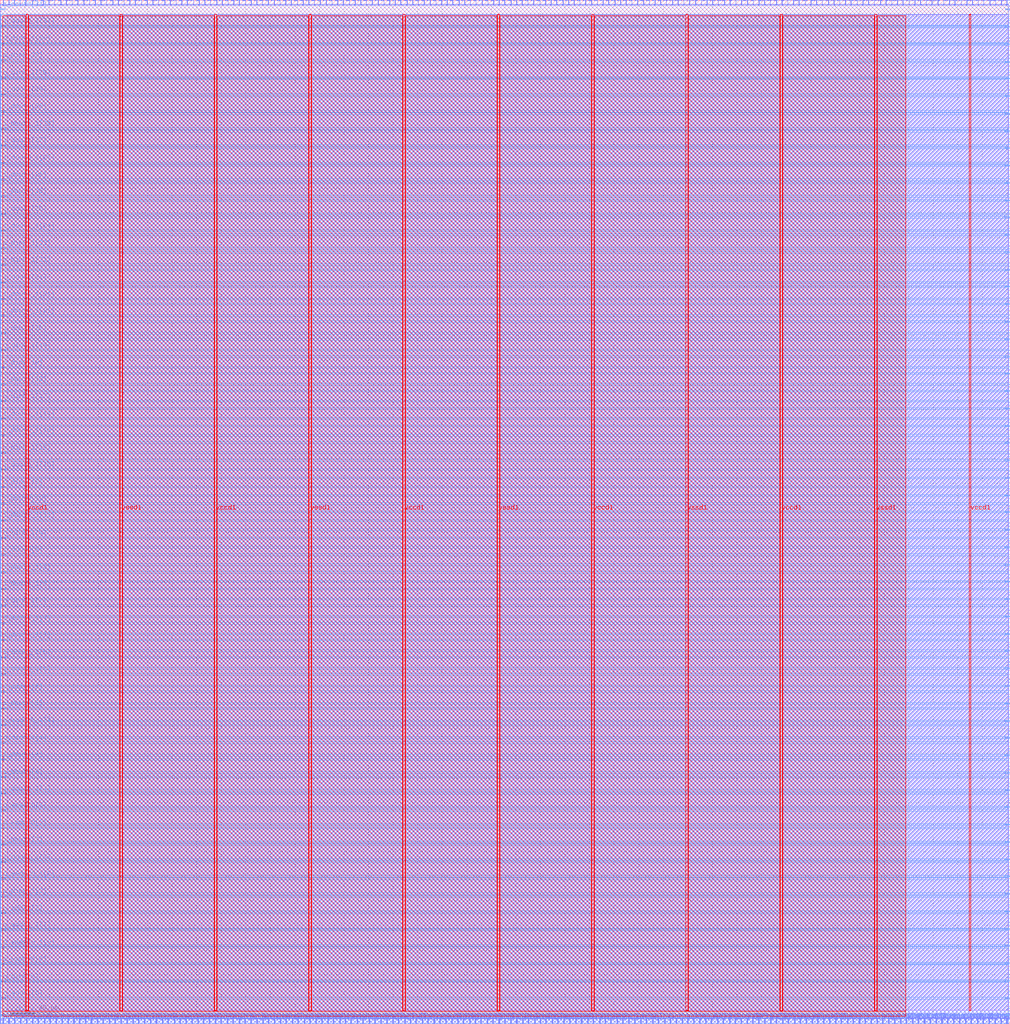
<source format=lef>
VERSION 5.7 ;
  NOWIREEXTENSIONATPIN ON ;
  DIVIDERCHAR "/" ;
  BUSBITCHARS "[]" ;
MACRO user_proj
  CLASS BLOCK ;
  FOREIGN user_proj ;
  ORIGIN 0.000 0.000 ;
  SIZE 822.600 BY 833.320 ;
  PIN i_dout0[0]
    DIRECTION INPUT ;
    USE SIGNAL ;
    PORT
      LAYER met2 ;
        RECT 545.650 0.000 545.930 4.000 ;
    END
  END i_dout0[0]
  PIN i_dout0[10]
    DIRECTION INPUT ;
    USE SIGNAL ;
    PORT
      LAYER met3 ;
        RECT 818.600 416.200 822.600 416.800 ;
    END
  END i_dout0[10]
  PIN i_dout0[11]
    DIRECTION INPUT ;
    USE SIGNAL ;
    PORT
      LAYER met2 ;
        RECT 670.770 0.000 671.050 4.000 ;
    END
  END i_dout0[11]
  PIN i_dout0[12]
    DIRECTION INPUT ;
    USE SIGNAL ;
    PORT
      LAYER met3 ;
        RECT 0.000 423.000 4.000 423.600 ;
    END
  END i_dout0[12]
  PIN i_dout0[13]
    DIRECTION INPUT ;
    USE SIGNAL ;
    PORT
      LAYER met3 ;
        RECT 818.600 486.240 822.600 486.840 ;
    END
  END i_dout0[13]
  PIN i_dout0[14]
    DIRECTION INPUT ;
    USE SIGNAL ;
    PORT
      LAYER met2 ;
        RECT 669.390 829.320 669.670 833.320 ;
    END
  END i_dout0[14]
  PIN i_dout0[15]
    DIRECTION INPUT ;
    USE SIGNAL ;
    PORT
      LAYER met2 ;
        RECT 718.610 0.000 718.890 4.000 ;
    END
  END i_dout0[15]
  PIN i_dout0[16]
    DIRECTION INPUT ;
    USE SIGNAL ;
    PORT
      LAYER met2 ;
        RECT 688.250 829.320 688.530 833.320 ;
    END
  END i_dout0[16]
  PIN i_dout0[17]
    DIRECTION INPUT ;
    USE SIGNAL ;
    PORT
      LAYER met2 ;
        RECT 737.930 0.000 738.210 4.000 ;
    END
  END i_dout0[17]
  PIN i_dout0[18]
    DIRECTION INPUT ;
    USE SIGNAL ;
    PORT
      LAYER met2 ;
        RECT 692.850 829.320 693.130 833.320 ;
    END
  END i_dout0[18]
  PIN i_dout0[19]
    DIRECTION INPUT ;
    USE SIGNAL ;
    PORT
      LAYER met3 ;
        RECT 818.600 627.680 822.600 628.280 ;
    END
  END i_dout0[19]
  PIN i_dout0[1]
    DIRECTION INPUT ;
    USE SIGNAL ;
    PORT
      LAYER met3 ;
        RECT 818.600 76.880 822.600 77.480 ;
    END
  END i_dout0[1]
  PIN i_dout0[20]
    DIRECTION INPUT ;
    USE SIGNAL ;
    PORT
      LAYER met3 ;
        RECT 818.600 641.960 822.600 642.560 ;
    END
  END i_dout0[20]
  PIN i_dout0[21]
    DIRECTION INPUT ;
    USE SIGNAL ;
    PORT
      LAYER met3 ;
        RECT 818.600 669.840 822.600 670.440 ;
    END
  END i_dout0[21]
  PIN i_dout0[22]
    DIRECTION INPUT ;
    USE SIGNAL ;
    PORT
      LAYER met2 ;
        RECT 730.570 829.320 730.850 833.320 ;
    END
  END i_dout0[22]
  PIN i_dout0[23]
    DIRECTION INPUT ;
    USE SIGNAL ;
    PORT
      LAYER met3 ;
        RECT 818.600 698.400 822.600 699.000 ;
    END
  END i_dout0[23]
  PIN i_dout0[24]
    DIRECTION INPUT ;
    USE SIGNAL ;
    PORT
      LAYER met2 ;
        RECT 754.030 829.320 754.310 833.320 ;
    END
  END i_dout0[24]
  PIN i_dout0[25]
    DIRECTION INPUT ;
    USE SIGNAL ;
    PORT
      LAYER met2 ;
        RECT 786.230 0.000 786.510 4.000 ;
    END
  END i_dout0[25]
  PIN i_dout0[26]
    DIRECTION INPUT ;
    USE SIGNAL ;
    PORT
      LAYER met3 ;
        RECT 0.000 673.240 4.000 673.840 ;
    END
  END i_dout0[26]
  PIN i_dout0[27]
    DIRECTION INPUT ;
    USE SIGNAL ;
    PORT
      LAYER met2 ;
        RECT 782.550 829.320 782.830 833.320 ;
    END
  END i_dout0[27]
  PIN i_dout0[28]
    DIRECTION INPUT ;
    USE SIGNAL ;
    PORT
      LAYER met3 ;
        RECT 0.000 742.600 4.000 743.200 ;
    END
  END i_dout0[28]
  PIN i_dout0[29]
    DIRECTION INPUT ;
    USE SIGNAL ;
    PORT
      LAYER met3 ;
        RECT 818.600 797.000 822.600 797.600 ;
    END
  END i_dout0[29]
  PIN i_dout0[2]
    DIRECTION INPUT ;
    USE SIGNAL ;
    PORT
      LAYER met2 ;
        RECT 584.290 0.000 584.570 4.000 ;
    END
  END i_dout0[2]
  PIN i_dout0[30]
    DIRECTION INPUT ;
    USE SIGNAL ;
    PORT
      LAYER met2 ;
        RECT 806.010 829.320 806.290 833.320 ;
    END
  END i_dout0[30]
  PIN i_dout0[31]
    DIRECTION INPUT ;
    USE SIGNAL ;
    PORT
      LAYER met3 ;
        RECT 0.000 825.560 4.000 826.160 ;
    END
  END i_dout0[31]
  PIN i_dout0[3]
    DIRECTION INPUT ;
    USE SIGNAL ;
    PORT
      LAYER met3 ;
        RECT 818.600 189.760 822.600 190.360 ;
    END
  END i_dout0[3]
  PIN i_dout0[4]
    DIRECTION INPUT ;
    USE SIGNAL ;
    PORT
      LAYER met3 ;
        RECT 0.000 200.640 4.000 201.240 ;
    END
  END i_dout0[4]
  PIN i_dout0[5]
    DIRECTION INPUT ;
    USE SIGNAL ;
    PORT
      LAYER met3 ;
        RECT 0.000 256.400 4.000 257.000 ;
    END
  END i_dout0[5]
  PIN i_dout0[6]
    DIRECTION INPUT ;
    USE SIGNAL ;
    PORT
      LAYER met2 ;
        RECT 594.410 829.320 594.690 833.320 ;
    END
  END i_dout0[6]
  PIN i_dout0[7]
    DIRECTION INPUT ;
    USE SIGNAL ;
    PORT
      LAYER met3 ;
        RECT 818.600 316.920 822.600 317.520 ;
    END
  END i_dout0[7]
  PIN i_dout0[8]
    DIRECTION INPUT ;
    USE SIGNAL ;
    PORT
      LAYER met3 ;
        RECT 0.000 381.520 4.000 382.120 ;
    END
  END i_dout0[8]
  PIN i_dout0[9]
    DIRECTION INPUT ;
    USE SIGNAL ;
    PORT
      LAYER met2 ;
        RECT 656.510 0.000 656.790 4.000 ;
    END
  END i_dout0[9]
  PIN i_dout0_1[0]
    DIRECTION INPUT ;
    USE SIGNAL ;
    PORT
      LAYER met3 ;
        RECT 818.600 20.440 822.600 21.040 ;
    END
  END i_dout0_1[0]
  PIN i_dout0_1[10]
    DIRECTION INPUT ;
    USE SIGNAL ;
    PORT
      LAYER met2 ;
        RECT 645.930 829.320 646.210 833.320 ;
    END
  END i_dout0_1[10]
  PIN i_dout0_1[11]
    DIRECTION INPUT ;
    USE SIGNAL ;
    PORT
      LAYER met2 ;
        RECT 665.710 0.000 665.990 4.000 ;
    END
  END i_dout0_1[11]
  PIN i_dout0_1[12]
    DIRECTION INPUT ;
    USE SIGNAL ;
    PORT
      LAYER met3 ;
        RECT 818.600 458.360 822.600 458.960 ;
    END
  END i_dout0_1[12]
  PIN i_dout0_1[13]
    DIRECTION INPUT ;
    USE SIGNAL ;
    PORT
      LAYER met2 ;
        RECT 664.790 829.320 665.070 833.320 ;
    END
  END i_dout0_1[13]
  PIN i_dout0_1[14]
    DIRECTION INPUT ;
    USE SIGNAL ;
    PORT
      LAYER met2 ;
        RECT 709.410 0.000 709.690 4.000 ;
    END
  END i_dout0_1[14]
  PIN i_dout0_1[15]
    DIRECTION INPUT ;
    USE SIGNAL ;
    PORT
      LAYER met3 ;
        RECT 0.000 450.880 4.000 451.480 ;
    END
  END i_dout0_1[15]
  PIN i_dout0_1[16]
    DIRECTION INPUT ;
    USE SIGNAL ;
    PORT
      LAYER met3 ;
        RECT 0.000 478.760 4.000 479.360 ;
    END
  END i_dout0_1[16]
  PIN i_dout0_1[17]
    DIRECTION INPUT ;
    USE SIGNAL ;
    PORT
      LAYER met3 ;
        RECT 818.600 571.240 822.600 571.840 ;
    END
  END i_dout0_1[17]
  PIN i_dout0_1[18]
    DIRECTION INPUT ;
    USE SIGNAL ;
    PORT
      LAYER met3 ;
        RECT 818.600 585.520 822.600 586.120 ;
    END
  END i_dout0_1[18]
  PIN i_dout0_1[19]
    DIRECTION INPUT ;
    USE SIGNAL ;
    PORT
      LAYER met2 ;
        RECT 697.910 829.320 698.190 833.320 ;
    END
  END i_dout0_1[19]
  PIN i_dout0_1[1]
    DIRECTION INPUT ;
    USE SIGNAL ;
    PORT
      LAYER met3 ;
        RECT 818.600 63.280 822.600 63.880 ;
    END
  END i_dout0_1[1]
  PIN i_dout0_1[20]
    DIRECTION INPUT ;
    USE SIGNAL ;
    PORT
      LAYER met2 ;
        RECT 711.710 829.320 711.990 833.320 ;
    END
  END i_dout0_1[20]
  PIN i_dout0_1[21]
    DIRECTION INPUT ;
    USE SIGNAL ;
    PORT
      LAYER met3 ;
        RECT 0.000 576.000 4.000 576.600 ;
    END
  END i_dout0_1[21]
  PIN i_dout0_1[22]
    DIRECTION INPUT ;
    USE SIGNAL ;
    PORT
      LAYER met3 ;
        RECT 818.600 684.120 822.600 684.720 ;
    END
  END i_dout0_1[22]
  PIN i_dout0_1[23]
    DIRECTION INPUT ;
    USE SIGNAL ;
    PORT
      LAYER met2 ;
        RECT 766.910 0.000 767.190 4.000 ;
    END
  END i_dout0_1[23]
  PIN i_dout0_1[24]
    DIRECTION INPUT ;
    USE SIGNAL ;
    PORT
      LAYER met2 ;
        RECT 749.430 829.320 749.710 833.320 ;
    END
  END i_dout0_1[24]
  PIN i_dout0_1[25]
    DIRECTION INPUT ;
    USE SIGNAL ;
    PORT
      LAYER met2 ;
        RECT 758.630 829.320 758.910 833.320 ;
    END
  END i_dout0_1[25]
  PIN i_dout0_1[26]
    DIRECTION INPUT ;
    USE SIGNAL ;
    PORT
      LAYER met2 ;
        RECT 790.830 0.000 791.110 4.000 ;
    END
  END i_dout0_1[26]
  PIN i_dout0_1[27]
    DIRECTION INPUT ;
    USE SIGNAL ;
    PORT
      LAYER met3 ;
        RECT 0.000 700.440 4.000 701.040 ;
    END
  END i_dout0_1[27]
  PIN i_dout0_1[28]
    DIRECTION INPUT ;
    USE SIGNAL ;
    PORT
      LAYER met2 ;
        RECT 796.350 829.320 796.630 833.320 ;
    END
  END i_dout0_1[28]
  PIN i_dout0_1[29]
    DIRECTION INPUT ;
    USE SIGNAL ;
    PORT
      LAYER met2 ;
        RECT 805.550 0.000 805.830 4.000 ;
    END
  END i_dout0_1[29]
  PIN i_dout0_1[2]
    DIRECTION INPUT ;
    USE SIGNAL ;
    PORT
      LAYER met2 ;
        RECT 579.230 0.000 579.510 4.000 ;
    END
  END i_dout0_1[2]
  PIN i_dout0_1[30]
    DIRECTION INPUT ;
    USE SIGNAL ;
    PORT
      LAYER met2 ;
        RECT 800.950 829.320 801.230 833.320 ;
    END
  END i_dout0_1[30]
  PIN i_dout0_1[31]
    DIRECTION INPUT ;
    USE SIGNAL ;
    PORT
      LAYER met3 ;
        RECT 0.000 811.960 4.000 812.560 ;
    END
  END i_dout0_1[31]
  PIN i_dout0_1[3]
    DIRECTION INPUT ;
    USE SIGNAL ;
    PORT
      LAYER met3 ;
        RECT 818.600 176.160 822.600 176.760 ;
    END
  END i_dout0_1[3]
  PIN i_dout0_1[4]
    DIRECTION INPUT ;
    USE SIGNAL ;
    PORT
      LAYER met3 ;
        RECT 0.000 187.040 4.000 187.640 ;
    END
  END i_dout0_1[4]
  PIN i_dout0_1[5]
    DIRECTION INPUT ;
    USE SIGNAL ;
    PORT
      LAYER met3 ;
        RECT 818.600 246.200 822.600 246.800 ;
    END
  END i_dout0_1[5]
  PIN i_dout0_1[6]
    DIRECTION INPUT ;
    USE SIGNAL ;
    PORT
      LAYER met3 ;
        RECT 0.000 284.280 4.000 284.880 ;
    END
  END i_dout0_1[6]
  PIN i_dout0_1[7]
    DIRECTION INPUT ;
    USE SIGNAL ;
    PORT
      LAYER met2 ;
        RECT 617.870 829.320 618.150 833.320 ;
    END
  END i_dout0_1[7]
  PIN i_dout0_1[8]
    DIRECTION INPUT ;
    USE SIGNAL ;
    PORT
      LAYER met3 ;
        RECT 0.000 353.640 4.000 354.240 ;
    END
  END i_dout0_1[8]
  PIN i_dout0_1[9]
    DIRECTION INPUT ;
    USE SIGNAL ;
    PORT
      LAYER met3 ;
        RECT 818.600 387.640 822.600 388.240 ;
    END
  END i_dout0_1[9]
  PIN i_dout1[0]
    DIRECTION INPUT ;
    USE SIGNAL ;
    PORT
      LAYER met3 ;
        RECT 818.600 49.000 822.600 49.600 ;
    END
  END i_dout1[0]
  PIN i_dout1[10]
    DIRECTION INPUT ;
    USE SIGNAL ;
    PORT
      LAYER met3 ;
        RECT 818.600 429.800 822.600 430.400 ;
    END
  END i_dout1[10]
  PIN i_dout1[11]
    DIRECTION INPUT ;
    USE SIGNAL ;
    PORT
      LAYER met2 ;
        RECT 675.370 0.000 675.650 4.000 ;
    END
  END i_dout1[11]
  PIN i_dout1[12]
    DIRECTION INPUT ;
    USE SIGNAL ;
    PORT
      LAYER met3 ;
        RECT 818.600 472.640 822.600 473.240 ;
    END
  END i_dout1[12]
  PIN i_dout1[13]
    DIRECTION INPUT ;
    USE SIGNAL ;
    PORT
      LAYER met3 ;
        RECT 818.600 500.520 822.600 501.120 ;
    END
  END i_dout1[13]
  PIN i_dout1[14]
    DIRECTION INPUT ;
    USE SIGNAL ;
    PORT
      LAYER met3 ;
        RECT 818.600 514.800 822.600 515.400 ;
    END
  END i_dout1[14]
  PIN i_dout1[15]
    DIRECTION INPUT ;
    USE SIGNAL ;
    PORT
      LAYER met2 ;
        RECT 723.670 0.000 723.950 4.000 ;
    END
  END i_dout1[15]
  PIN i_dout1[16]
    DIRECTION INPUT ;
    USE SIGNAL ;
    PORT
      LAYER met3 ;
        RECT 818.600 556.960 822.600 557.560 ;
    END
  END i_dout1[16]
  PIN i_dout1[17]
    DIRECTION INPUT ;
    USE SIGNAL ;
    PORT
      LAYER met2 ;
        RECT 742.990 0.000 743.270 4.000 ;
    END
  END i_dout1[17]
  PIN i_dout1[18]
    DIRECTION INPUT ;
    USE SIGNAL ;
    PORT
      LAYER met3 ;
        RECT 0.000 520.240 4.000 520.840 ;
    END
  END i_dout1[18]
  PIN i_dout1[19]
    DIRECTION INPUT ;
    USE SIGNAL ;
    PORT
      LAYER met2 ;
        RECT 752.650 0.000 752.930 4.000 ;
    END
  END i_dout1[19]
  PIN i_dout1[1]
    DIRECTION INPUT ;
    USE SIGNAL ;
    PORT
      LAYER met2 ;
        RECT 542.430 829.320 542.710 833.320 ;
    END
  END i_dout1[1]
  PIN i_dout1[20]
    DIRECTION INPUT ;
    USE SIGNAL ;
    PORT
      LAYER met3 ;
        RECT 0.000 561.720 4.000 562.320 ;
    END
  END i_dout1[20]
  PIN i_dout1[21]
    DIRECTION INPUT ;
    USE SIGNAL ;
    PORT
      LAYER met3 ;
        RECT 0.000 603.200 4.000 603.800 ;
    END
  END i_dout1[21]
  PIN i_dout1[22]
    DIRECTION INPUT ;
    USE SIGNAL ;
    PORT
      LAYER met2 ;
        RECT 735.170 829.320 735.450 833.320 ;
    END
  END i_dout1[22]
  PIN i_dout1[23]
    DIRECTION INPUT ;
    USE SIGNAL ;
    PORT
      LAYER met2 ;
        RECT 771.510 0.000 771.790 4.000 ;
    END
  END i_dout1[23]
  PIN i_dout1[24]
    DIRECTION INPUT ;
    USE SIGNAL ;
    PORT
      LAYER met3 ;
        RECT 818.600 712.680 822.600 713.280 ;
    END
  END i_dout1[24]
  PIN i_dout1[25]
    DIRECTION INPUT ;
    USE SIGNAL ;
    PORT
      LAYER met3 ;
        RECT 0.000 658.960 4.000 659.560 ;
    END
  END i_dout1[25]
  PIN i_dout1[26]
    DIRECTION INPUT ;
    USE SIGNAL ;
    PORT
      LAYER met3 ;
        RECT 0.000 686.840 4.000 687.440 ;
    END
  END i_dout1[26]
  PIN i_dout1[27]
    DIRECTION INPUT ;
    USE SIGNAL ;
    PORT
      LAYER met3 ;
        RECT 0.000 714.720 4.000 715.320 ;
    END
  END i_dout1[27]
  PIN i_dout1[28]
    DIRECTION INPUT ;
    USE SIGNAL ;
    PORT
      LAYER met3 ;
        RECT 818.600 782.720 822.600 783.320 ;
    END
  END i_dout1[28]
  PIN i_dout1[29]
    DIRECTION INPUT ;
    USE SIGNAL ;
    PORT
      LAYER met3 ;
        RECT 0.000 756.200 4.000 756.800 ;
    END
  END i_dout1[29]
  PIN i_dout1[2]
    DIRECTION INPUT ;
    USE SIGNAL ;
    PORT
      LAYER met3 ;
        RECT 818.600 147.600 822.600 148.200 ;
    END
  END i_dout1[2]
  PIN i_dout1[30]
    DIRECTION INPUT ;
    USE SIGNAL ;
    PORT
      LAYER met2 ;
        RECT 810.610 829.320 810.890 833.320 ;
    END
  END i_dout1[30]
  PIN i_dout1[31]
    DIRECTION INPUT ;
    USE SIGNAL ;
    PORT
      LAYER met3 ;
        RECT 818.600 825.560 822.600 826.160 ;
    END
  END i_dout1[31]
  PIN i_dout1[3]
    DIRECTION INPUT ;
    USE SIGNAL ;
    PORT
      LAYER met3 ;
        RECT 0.000 145.560 4.000 146.160 ;
    END
  END i_dout1[3]
  PIN i_dout1[4]
    DIRECTION INPUT ;
    USE SIGNAL ;
    PORT
      LAYER met3 ;
        RECT 0.000 214.920 4.000 215.520 ;
    END
  END i_dout1[4]
  PIN i_dout1[5]
    DIRECTION INPUT ;
    USE SIGNAL ;
    PORT
      LAYER met3 ;
        RECT 818.600 274.760 822.600 275.360 ;
    END
  END i_dout1[5]
  PIN i_dout1[6]
    DIRECTION INPUT ;
    USE SIGNAL ;
    PORT
      LAYER met3 ;
        RECT 818.600 303.320 822.600 303.920 ;
    END
  END i_dout1[6]
  PIN i_dout1[7]
    DIRECTION INPUT ;
    USE SIGNAL ;
    PORT
      LAYER met2 ;
        RECT 637.190 0.000 637.470 4.000 ;
    END
  END i_dout1[7]
  PIN i_dout1[8]
    DIRECTION INPUT ;
    USE SIGNAL ;
    PORT
      LAYER met2 ;
        RECT 632.130 829.320 632.410 833.320 ;
    END
  END i_dout1[8]
  PIN i_dout1[9]
    DIRECTION INPUT ;
    USE SIGNAL ;
    PORT
      LAYER met2 ;
        RECT 661.110 0.000 661.390 4.000 ;
    END
  END i_dout1[9]
  PIN i_dout1_1[0]
    DIRECTION INPUT ;
    USE SIGNAL ;
    PORT
      LAYER met3 ;
        RECT 818.600 34.720 822.600 35.320 ;
    END
  END i_dout1_1[0]
  PIN i_dout1_1[10]
    DIRECTION INPUT ;
    USE SIGNAL ;
    PORT
      LAYER met2 ;
        RECT 650.530 829.320 650.810 833.320 ;
    END
  END i_dout1_1[10]
  PIN i_dout1_1[11]
    DIRECTION INPUT ;
    USE SIGNAL ;
    PORT
      LAYER met3 ;
        RECT 0.000 409.400 4.000 410.000 ;
    END
  END i_dout1_1[11]
  PIN i_dout1_1[12]
    DIRECTION INPUT ;
    USE SIGNAL ;
    PORT
      LAYER met2 ;
        RECT 685.030 0.000 685.310 4.000 ;
    END
  END i_dout1_1[12]
  PIN i_dout1_1[13]
    DIRECTION INPUT ;
    USE SIGNAL ;
    PORT
      LAYER met2 ;
        RECT 699.750 0.000 700.030 4.000 ;
    END
  END i_dout1_1[13]
  PIN i_dout1_1[14]
    DIRECTION INPUT ;
    USE SIGNAL ;
    PORT
      LAYER met2 ;
        RECT 714.010 0.000 714.290 4.000 ;
    END
  END i_dout1_1[14]
  PIN i_dout1_1[15]
    DIRECTION INPUT ;
    USE SIGNAL ;
    PORT
      LAYER met2 ;
        RECT 674.450 829.320 674.730 833.320 ;
    END
  END i_dout1_1[15]
  PIN i_dout1_1[16]
    DIRECTION INPUT ;
    USE SIGNAL ;
    PORT
      LAYER met2 ;
        RECT 683.650 829.320 683.930 833.320 ;
    END
  END i_dout1_1[16]
  PIN i_dout1_1[17]
    DIRECTION INPUT ;
    USE SIGNAL ;
    PORT
      LAYER met3 ;
        RECT 0.000 492.360 4.000 492.960 ;
    END
  END i_dout1_1[17]
  PIN i_dout1_1[18]
    DIRECTION INPUT ;
    USE SIGNAL ;
    PORT
      LAYER met3 ;
        RECT 818.600 599.800 822.600 600.400 ;
    END
  END i_dout1_1[18]
  PIN i_dout1_1[19]
    DIRECTION INPUT ;
    USE SIGNAL ;
    PORT
      LAYER met2 ;
        RECT 702.510 829.320 702.790 833.320 ;
    END
  END i_dout1_1[19]
  PIN i_dout1_1[1]
    DIRECTION INPUT ;
    USE SIGNAL ;
    PORT
      LAYER met2 ;
        RECT 564.970 0.000 565.250 4.000 ;
    END
  END i_dout1_1[1]
  PIN i_dout1_1[20]
    DIRECTION INPUT ;
    USE SIGNAL ;
    PORT
      LAYER met2 ;
        RECT 716.770 829.320 717.050 833.320 ;
    END
  END i_dout1_1[20]
  PIN i_dout1_1[21]
    DIRECTION INPUT ;
    USE SIGNAL ;
    PORT
      LAYER met3 ;
        RECT 0.000 589.600 4.000 590.200 ;
    END
  END i_dout1_1[21]
  PIN i_dout1_1[22]
    DIRECTION INPUT ;
    USE SIGNAL ;
    PORT
      LAYER met2 ;
        RECT 757.250 0.000 757.530 4.000 ;
    END
  END i_dout1_1[22]
  PIN i_dout1_1[23]
    DIRECTION INPUT ;
    USE SIGNAL ;
    PORT
      LAYER met2 ;
        RECT 744.830 829.320 745.110 833.320 ;
    END
  END i_dout1_1[23]
  PIN i_dout1_1[24]
    DIRECTION INPUT ;
    USE SIGNAL ;
    PORT
      LAYER met3 ;
        RECT 0.000 645.360 4.000 645.960 ;
    END
  END i_dout1_1[24]
  PIN i_dout1_1[25]
    DIRECTION INPUT ;
    USE SIGNAL ;
    PORT
      LAYER met2 ;
        RECT 763.690 829.320 763.970 833.320 ;
    END
  END i_dout1_1[25]
  PIN i_dout1_1[26]
    DIRECTION INPUT ;
    USE SIGNAL ;
    PORT
      LAYER met3 ;
        RECT 818.600 754.840 822.600 755.440 ;
    END
  END i_dout1_1[26]
  PIN i_dout1_1[27]
    DIRECTION INPUT ;
    USE SIGNAL ;
    PORT
      LAYER met2 ;
        RECT 777.490 829.320 777.770 833.320 ;
    END
  END i_dout1_1[27]
  PIN i_dout1_1[28]
    DIRECTION INPUT ;
    USE SIGNAL ;
    PORT
      LAYER met3 ;
        RECT 0.000 728.320 4.000 728.920 ;
    END
  END i_dout1_1[28]
  PIN i_dout1_1[29]
    DIRECTION INPUT ;
    USE SIGNAL ;
    PORT
      LAYER met2 ;
        RECT 810.150 0.000 810.430 4.000 ;
    END
  END i_dout1_1[29]
  PIN i_dout1_1[2]
    DIRECTION INPUT ;
    USE SIGNAL ;
    PORT
      LAYER met3 ;
        RECT 818.600 133.320 822.600 133.920 ;
    END
  END i_dout1_1[2]
  PIN i_dout1_1[30]
    DIRECTION INPUT ;
    USE SIGNAL ;
    PORT
      LAYER met3 ;
        RECT 818.600 811.280 822.600 811.880 ;
    END
  END i_dout1_1[30]
  PIN i_dout1_1[31]
    DIRECTION INPUT ;
    USE SIGNAL ;
    PORT
      LAYER met2 ;
        RECT 819.810 829.320 820.090 833.320 ;
    END
  END i_dout1_1[31]
  PIN i_dout1_1[3]
    DIRECTION INPUT ;
    USE SIGNAL ;
    PORT
      LAYER met3 ;
        RECT 0.000 131.280 4.000 131.880 ;
    END
  END i_dout1_1[3]
  PIN i_dout1_1[4]
    DIRECTION INPUT ;
    USE SIGNAL ;
    PORT
      LAYER met2 ;
        RECT 575.550 829.320 575.830 833.320 ;
    END
  END i_dout1_1[4]
  PIN i_dout1_1[5]
    DIRECTION INPUT ;
    USE SIGNAL ;
    PORT
      LAYER met3 ;
        RECT 818.600 260.480 822.600 261.080 ;
    END
  END i_dout1_1[5]
  PIN i_dout1_1[6]
    DIRECTION INPUT ;
    USE SIGNAL ;
    PORT
      LAYER met3 ;
        RECT 0.000 297.880 4.000 298.480 ;
    END
  END i_dout1_1[6]
  PIN i_dout1_1[7]
    DIRECTION INPUT ;
    USE SIGNAL ;
    PORT
      LAYER met3 ;
        RECT 0.000 312.160 4.000 312.760 ;
    END
  END i_dout1_1[7]
  PIN i_dout1_1[8]
    DIRECTION INPUT ;
    USE SIGNAL ;
    PORT
      LAYER met3 ;
        RECT 0.000 367.240 4.000 367.840 ;
    END
  END i_dout1_1[8]
  PIN i_dout1_1[9]
    DIRECTION INPUT ;
    USE SIGNAL ;
    PORT
      LAYER met2 ;
        RECT 641.330 829.320 641.610 833.320 ;
    END
  END i_dout1_1[9]
  PIN io_in[0]
    DIRECTION INPUT ;
    USE SIGNAL ;
    PORT
      LAYER met2 ;
        RECT 2.390 829.320 2.670 833.320 ;
    END
  END io_in[0]
  PIN io_in[10]
    DIRECTION INPUT ;
    USE SIGNAL ;
    PORT
      LAYER met2 ;
        RECT 143.150 829.320 143.430 833.320 ;
    END
  END io_in[10]
  PIN io_in[11]
    DIRECTION INPUT ;
    USE SIGNAL ;
    PORT
      LAYER met2 ;
        RECT 157.410 829.320 157.690 833.320 ;
    END
  END io_in[11]
  PIN io_in[12]
    DIRECTION INPUT ;
    USE SIGNAL ;
    PORT
      LAYER met2 ;
        RECT 171.210 829.320 171.490 833.320 ;
    END
  END io_in[12]
  PIN io_in[13]
    DIRECTION INPUT ;
    USE SIGNAL ;
    PORT
      LAYER met2 ;
        RECT 185.470 829.320 185.750 833.320 ;
    END
  END io_in[13]
  PIN io_in[14]
    DIRECTION INPUT ;
    USE SIGNAL ;
    PORT
      LAYER met2 ;
        RECT 199.730 829.320 200.010 833.320 ;
    END
  END io_in[14]
  PIN io_in[15]
    DIRECTION INPUT ;
    USE SIGNAL ;
    PORT
      LAYER met2 ;
        RECT 213.530 829.320 213.810 833.320 ;
    END
  END io_in[15]
  PIN io_in[16]
    DIRECTION INPUT ;
    USE SIGNAL ;
    PORT
      LAYER met2 ;
        RECT 227.790 829.320 228.070 833.320 ;
    END
  END io_in[16]
  PIN io_in[17]
    DIRECTION INPUT ;
    USE SIGNAL ;
    PORT
      LAYER met2 ;
        RECT 242.050 829.320 242.330 833.320 ;
    END
  END io_in[17]
  PIN io_in[18]
    DIRECTION INPUT ;
    USE SIGNAL ;
    PORT
      LAYER met2 ;
        RECT 255.850 829.320 256.130 833.320 ;
    END
  END io_in[18]
  PIN io_in[19]
    DIRECTION INPUT ;
    USE SIGNAL ;
    PORT
      LAYER met2 ;
        RECT 270.110 829.320 270.390 833.320 ;
    END
  END io_in[19]
  PIN io_in[1]
    DIRECTION INPUT ;
    USE SIGNAL ;
    PORT
      LAYER met2 ;
        RECT 16.190 829.320 16.470 833.320 ;
    END
  END io_in[1]
  PIN io_in[20]
    DIRECTION INPUT ;
    USE SIGNAL ;
    PORT
      LAYER met2 ;
        RECT 284.370 829.320 284.650 833.320 ;
    END
  END io_in[20]
  PIN io_in[21]
    DIRECTION INPUT ;
    USE SIGNAL ;
    PORT
      LAYER met2 ;
        RECT 298.170 829.320 298.450 833.320 ;
    END
  END io_in[21]
  PIN io_in[22]
    DIRECTION INPUT ;
    USE SIGNAL ;
    PORT
      LAYER met2 ;
        RECT 312.430 829.320 312.710 833.320 ;
    END
  END io_in[22]
  PIN io_in[23]
    DIRECTION INPUT ;
    USE SIGNAL ;
    PORT
      LAYER met2 ;
        RECT 326.230 829.320 326.510 833.320 ;
    END
  END io_in[23]
  PIN io_in[24]
    DIRECTION INPUT ;
    USE SIGNAL ;
    PORT
      LAYER met2 ;
        RECT 340.490 829.320 340.770 833.320 ;
    END
  END io_in[24]
  PIN io_in[25]
    DIRECTION INPUT ;
    USE SIGNAL ;
    PORT
      LAYER met2 ;
        RECT 354.750 829.320 355.030 833.320 ;
    END
  END io_in[25]
  PIN io_in[26]
    DIRECTION INPUT ;
    USE SIGNAL ;
    PORT
      LAYER met2 ;
        RECT 368.550 829.320 368.830 833.320 ;
    END
  END io_in[26]
  PIN io_in[27]
    DIRECTION INPUT ;
    USE SIGNAL ;
    PORT
      LAYER met2 ;
        RECT 382.810 829.320 383.090 833.320 ;
    END
  END io_in[27]
  PIN io_in[28]
    DIRECTION INPUT ;
    USE SIGNAL ;
    PORT
      LAYER met2 ;
        RECT 397.070 829.320 397.350 833.320 ;
    END
  END io_in[28]
  PIN io_in[29]
    DIRECTION INPUT ;
    USE SIGNAL ;
    PORT
      LAYER met2 ;
        RECT 410.870 829.320 411.150 833.320 ;
    END
  END io_in[29]
  PIN io_in[2]
    DIRECTION INPUT ;
    USE SIGNAL ;
    PORT
      LAYER met2 ;
        RECT 30.450 829.320 30.730 833.320 ;
    END
  END io_in[2]
  PIN io_in[30]
    DIRECTION INPUT ;
    USE SIGNAL ;
    PORT
      LAYER met2 ;
        RECT 425.130 829.320 425.410 833.320 ;
    END
  END io_in[30]
  PIN io_in[31]
    DIRECTION INPUT ;
    USE SIGNAL ;
    PORT
      LAYER met2 ;
        RECT 439.390 829.320 439.670 833.320 ;
    END
  END io_in[31]
  PIN io_in[32]
    DIRECTION INPUT ;
    USE SIGNAL ;
    PORT
      LAYER met2 ;
        RECT 453.190 829.320 453.470 833.320 ;
    END
  END io_in[32]
  PIN io_in[33]
    DIRECTION INPUT ;
    USE SIGNAL ;
    PORT
      LAYER met2 ;
        RECT 467.450 829.320 467.730 833.320 ;
    END
  END io_in[33]
  PIN io_in[34]
    DIRECTION INPUT ;
    USE SIGNAL ;
    PORT
      LAYER met2 ;
        RECT 481.710 829.320 481.990 833.320 ;
    END
  END io_in[34]
  PIN io_in[35]
    DIRECTION INPUT ;
    USE SIGNAL ;
    PORT
      LAYER met2 ;
        RECT 495.510 829.320 495.790 833.320 ;
    END
  END io_in[35]
  PIN io_in[36]
    DIRECTION INPUT ;
    USE SIGNAL ;
    PORT
      LAYER met2 ;
        RECT 509.770 829.320 510.050 833.320 ;
    END
  END io_in[36]
  PIN io_in[37]
    DIRECTION INPUT ;
    USE SIGNAL ;
    PORT
      LAYER met2 ;
        RECT 524.030 829.320 524.310 833.320 ;
    END
  END io_in[37]
  PIN io_in[3]
    DIRECTION INPUT ;
    USE SIGNAL ;
    PORT
      LAYER met2 ;
        RECT 44.250 829.320 44.530 833.320 ;
    END
  END io_in[3]
  PIN io_in[4]
    DIRECTION INPUT ;
    USE SIGNAL ;
    PORT
      LAYER met2 ;
        RECT 58.510 829.320 58.790 833.320 ;
    END
  END io_in[4]
  PIN io_in[5]
    DIRECTION INPUT ;
    USE SIGNAL ;
    PORT
      LAYER met2 ;
        RECT 72.770 829.320 73.050 833.320 ;
    END
  END io_in[5]
  PIN io_in[6]
    DIRECTION INPUT ;
    USE SIGNAL ;
    PORT
      LAYER met2 ;
        RECT 86.570 829.320 86.850 833.320 ;
    END
  END io_in[6]
  PIN io_in[7]
    DIRECTION INPUT ;
    USE SIGNAL ;
    PORT
      LAYER met2 ;
        RECT 100.830 829.320 101.110 833.320 ;
    END
  END io_in[7]
  PIN io_in[8]
    DIRECTION INPUT ;
    USE SIGNAL ;
    PORT
      LAYER met2 ;
        RECT 115.090 829.320 115.370 833.320 ;
    END
  END io_in[8]
  PIN io_in[9]
    DIRECTION INPUT ;
    USE SIGNAL ;
    PORT
      LAYER met2 ;
        RECT 128.890 829.320 129.170 833.320 ;
    END
  END io_in[9]
  PIN io_oeb[0]
    DIRECTION OUTPUT TRISTATE ;
    USE SIGNAL ;
    PORT
      LAYER met2 ;
        RECT 6.990 829.320 7.270 833.320 ;
    END
  END io_oeb[0]
  PIN io_oeb[10]
    DIRECTION OUTPUT TRISTATE ;
    USE SIGNAL ;
    PORT
      LAYER met2 ;
        RECT 147.750 829.320 148.030 833.320 ;
    END
  END io_oeb[10]
  PIN io_oeb[11]
    DIRECTION OUTPUT TRISTATE ;
    USE SIGNAL ;
    PORT
      LAYER met2 ;
        RECT 162.010 829.320 162.290 833.320 ;
    END
  END io_oeb[11]
  PIN io_oeb[12]
    DIRECTION OUTPUT TRISTATE ;
    USE SIGNAL ;
    PORT
      LAYER met2 ;
        RECT 176.270 829.320 176.550 833.320 ;
    END
  END io_oeb[12]
  PIN io_oeb[13]
    DIRECTION OUTPUT TRISTATE ;
    USE SIGNAL ;
    PORT
      LAYER met2 ;
        RECT 190.070 829.320 190.350 833.320 ;
    END
  END io_oeb[13]
  PIN io_oeb[14]
    DIRECTION OUTPUT TRISTATE ;
    USE SIGNAL ;
    PORT
      LAYER met2 ;
        RECT 204.330 829.320 204.610 833.320 ;
    END
  END io_oeb[14]
  PIN io_oeb[15]
    DIRECTION OUTPUT TRISTATE ;
    USE SIGNAL ;
    PORT
      LAYER met2 ;
        RECT 218.130 829.320 218.410 833.320 ;
    END
  END io_oeb[15]
  PIN io_oeb[16]
    DIRECTION OUTPUT TRISTATE ;
    USE SIGNAL ;
    PORT
      LAYER met2 ;
        RECT 232.390 829.320 232.670 833.320 ;
    END
  END io_oeb[16]
  PIN io_oeb[17]
    DIRECTION OUTPUT TRISTATE ;
    USE SIGNAL ;
    PORT
      LAYER met2 ;
        RECT 246.650 829.320 246.930 833.320 ;
    END
  END io_oeb[17]
  PIN io_oeb[18]
    DIRECTION OUTPUT TRISTATE ;
    USE SIGNAL ;
    PORT
      LAYER met2 ;
        RECT 260.450 829.320 260.730 833.320 ;
    END
  END io_oeb[18]
  PIN io_oeb[19]
    DIRECTION OUTPUT TRISTATE ;
    USE SIGNAL ;
    PORT
      LAYER met2 ;
        RECT 274.710 829.320 274.990 833.320 ;
    END
  END io_oeb[19]
  PIN io_oeb[1]
    DIRECTION OUTPUT TRISTATE ;
    USE SIGNAL ;
    PORT
      LAYER met2 ;
        RECT 20.790 829.320 21.070 833.320 ;
    END
  END io_oeb[1]
  PIN io_oeb[20]
    DIRECTION OUTPUT TRISTATE ;
    USE SIGNAL ;
    PORT
      LAYER met2 ;
        RECT 288.970 829.320 289.250 833.320 ;
    END
  END io_oeb[20]
  PIN io_oeb[21]
    DIRECTION OUTPUT TRISTATE ;
    USE SIGNAL ;
    PORT
      LAYER met2 ;
        RECT 302.770 829.320 303.050 833.320 ;
    END
  END io_oeb[21]
  PIN io_oeb[22]
    DIRECTION OUTPUT TRISTATE ;
    USE SIGNAL ;
    PORT
      LAYER met2 ;
        RECT 317.030 829.320 317.310 833.320 ;
    END
  END io_oeb[22]
  PIN io_oeb[23]
    DIRECTION OUTPUT TRISTATE ;
    USE SIGNAL ;
    PORT
      LAYER met2 ;
        RECT 331.290 829.320 331.570 833.320 ;
    END
  END io_oeb[23]
  PIN io_oeb[24]
    DIRECTION OUTPUT TRISTATE ;
    USE SIGNAL ;
    PORT
      LAYER met2 ;
        RECT 345.090 829.320 345.370 833.320 ;
    END
  END io_oeb[24]
  PIN io_oeb[25]
    DIRECTION OUTPUT TRISTATE ;
    USE SIGNAL ;
    PORT
      LAYER met2 ;
        RECT 359.350 829.320 359.630 833.320 ;
    END
  END io_oeb[25]
  PIN io_oeb[26]
    DIRECTION OUTPUT TRISTATE ;
    USE SIGNAL ;
    PORT
      LAYER met2 ;
        RECT 373.610 829.320 373.890 833.320 ;
    END
  END io_oeb[26]
  PIN io_oeb[27]
    DIRECTION OUTPUT TRISTATE ;
    USE SIGNAL ;
    PORT
      LAYER met2 ;
        RECT 387.410 829.320 387.690 833.320 ;
    END
  END io_oeb[27]
  PIN io_oeb[28]
    DIRECTION OUTPUT TRISTATE ;
    USE SIGNAL ;
    PORT
      LAYER met2 ;
        RECT 401.670 829.320 401.950 833.320 ;
    END
  END io_oeb[28]
  PIN io_oeb[29]
    DIRECTION OUTPUT TRISTATE ;
    USE SIGNAL ;
    PORT
      LAYER met2 ;
        RECT 415.930 829.320 416.210 833.320 ;
    END
  END io_oeb[29]
  PIN io_oeb[2]
    DIRECTION OUTPUT TRISTATE ;
    USE SIGNAL ;
    PORT
      LAYER met2 ;
        RECT 35.050 829.320 35.330 833.320 ;
    END
  END io_oeb[2]
  PIN io_oeb[30]
    DIRECTION OUTPUT TRISTATE ;
    USE SIGNAL ;
    PORT
      LAYER met2 ;
        RECT 429.730 829.320 430.010 833.320 ;
    END
  END io_oeb[30]
  PIN io_oeb[31]
    DIRECTION OUTPUT TRISTATE ;
    USE SIGNAL ;
    PORT
      LAYER met2 ;
        RECT 443.990 829.320 444.270 833.320 ;
    END
  END io_oeb[31]
  PIN io_oeb[32]
    DIRECTION OUTPUT TRISTATE ;
    USE SIGNAL ;
    PORT
      LAYER met2 ;
        RECT 458.250 829.320 458.530 833.320 ;
    END
  END io_oeb[32]
  PIN io_oeb[33]
    DIRECTION OUTPUT TRISTATE ;
    USE SIGNAL ;
    PORT
      LAYER met2 ;
        RECT 472.050 829.320 472.330 833.320 ;
    END
  END io_oeb[33]
  PIN io_oeb[34]
    DIRECTION OUTPUT TRISTATE ;
    USE SIGNAL ;
    PORT
      LAYER met2 ;
        RECT 486.310 829.320 486.590 833.320 ;
    END
  END io_oeb[34]
  PIN io_oeb[35]
    DIRECTION OUTPUT TRISTATE ;
    USE SIGNAL ;
    PORT
      LAYER met2 ;
        RECT 500.570 829.320 500.850 833.320 ;
    END
  END io_oeb[35]
  PIN io_oeb[36]
    DIRECTION OUTPUT TRISTATE ;
    USE SIGNAL ;
    PORT
      LAYER met2 ;
        RECT 514.370 829.320 514.650 833.320 ;
    END
  END io_oeb[36]
  PIN io_oeb[37]
    DIRECTION OUTPUT TRISTATE ;
    USE SIGNAL ;
    PORT
      LAYER met2 ;
        RECT 528.630 829.320 528.910 833.320 ;
    END
  END io_oeb[37]
  PIN io_oeb[3]
    DIRECTION OUTPUT TRISTATE ;
    USE SIGNAL ;
    PORT
      LAYER met2 ;
        RECT 49.310 829.320 49.590 833.320 ;
    END
  END io_oeb[3]
  PIN io_oeb[4]
    DIRECTION OUTPUT TRISTATE ;
    USE SIGNAL ;
    PORT
      LAYER met2 ;
        RECT 63.110 829.320 63.390 833.320 ;
    END
  END io_oeb[4]
  PIN io_oeb[5]
    DIRECTION OUTPUT TRISTATE ;
    USE SIGNAL ;
    PORT
      LAYER met2 ;
        RECT 77.370 829.320 77.650 833.320 ;
    END
  END io_oeb[5]
  PIN io_oeb[6]
    DIRECTION OUTPUT TRISTATE ;
    USE SIGNAL ;
    PORT
      LAYER met2 ;
        RECT 91.630 829.320 91.910 833.320 ;
    END
  END io_oeb[6]
  PIN io_oeb[7]
    DIRECTION OUTPUT TRISTATE ;
    USE SIGNAL ;
    PORT
      LAYER met2 ;
        RECT 105.430 829.320 105.710 833.320 ;
    END
  END io_oeb[7]
  PIN io_oeb[8]
    DIRECTION OUTPUT TRISTATE ;
    USE SIGNAL ;
    PORT
      LAYER met2 ;
        RECT 119.690 829.320 119.970 833.320 ;
    END
  END io_oeb[8]
  PIN io_oeb[9]
    DIRECTION OUTPUT TRISTATE ;
    USE SIGNAL ;
    PORT
      LAYER met2 ;
        RECT 133.950 829.320 134.230 833.320 ;
    END
  END io_oeb[9]
  PIN io_out[0]
    DIRECTION OUTPUT TRISTATE ;
    USE SIGNAL ;
    PORT
      LAYER met2 ;
        RECT 11.590 829.320 11.870 833.320 ;
    END
  END io_out[0]
  PIN io_out[10]
    DIRECTION OUTPUT TRISTATE ;
    USE SIGNAL ;
    PORT
      LAYER met2 ;
        RECT 152.350 829.320 152.630 833.320 ;
    END
  END io_out[10]
  PIN io_out[11]
    DIRECTION OUTPUT TRISTATE ;
    USE SIGNAL ;
    PORT
      LAYER met2 ;
        RECT 166.610 829.320 166.890 833.320 ;
    END
  END io_out[11]
  PIN io_out[12]
    DIRECTION OUTPUT TRISTATE ;
    USE SIGNAL ;
    PORT
      LAYER met2 ;
        RECT 180.870 829.320 181.150 833.320 ;
    END
  END io_out[12]
  PIN io_out[13]
    DIRECTION OUTPUT TRISTATE ;
    USE SIGNAL ;
    PORT
      LAYER met2 ;
        RECT 194.670 829.320 194.950 833.320 ;
    END
  END io_out[13]
  PIN io_out[14]
    DIRECTION OUTPUT TRISTATE ;
    USE SIGNAL ;
    PORT
      LAYER met2 ;
        RECT 208.930 829.320 209.210 833.320 ;
    END
  END io_out[14]
  PIN io_out[15]
    DIRECTION OUTPUT TRISTATE ;
    USE SIGNAL ;
    PORT
      LAYER met2 ;
        RECT 223.190 829.320 223.470 833.320 ;
    END
  END io_out[15]
  PIN io_out[16]
    DIRECTION OUTPUT TRISTATE ;
    USE SIGNAL ;
    PORT
      LAYER met2 ;
        RECT 236.990 829.320 237.270 833.320 ;
    END
  END io_out[16]
  PIN io_out[17]
    DIRECTION OUTPUT TRISTATE ;
    USE SIGNAL ;
    PORT
      LAYER met2 ;
        RECT 251.250 829.320 251.530 833.320 ;
    END
  END io_out[17]
  PIN io_out[18]
    DIRECTION OUTPUT TRISTATE ;
    USE SIGNAL ;
    PORT
      LAYER met2 ;
        RECT 265.510 829.320 265.790 833.320 ;
    END
  END io_out[18]
  PIN io_out[19]
    DIRECTION OUTPUT TRISTATE ;
    USE SIGNAL ;
    PORT
      LAYER met2 ;
        RECT 279.310 829.320 279.590 833.320 ;
    END
  END io_out[19]
  PIN io_out[1]
    DIRECTION OUTPUT TRISTATE ;
    USE SIGNAL ;
    PORT
      LAYER met2 ;
        RECT 25.850 829.320 26.130 833.320 ;
    END
  END io_out[1]
  PIN io_out[20]
    DIRECTION OUTPUT TRISTATE ;
    USE SIGNAL ;
    PORT
      LAYER met2 ;
        RECT 293.570 829.320 293.850 833.320 ;
    END
  END io_out[20]
  PIN io_out[21]
    DIRECTION OUTPUT TRISTATE ;
    USE SIGNAL ;
    PORT
      LAYER met2 ;
        RECT 307.830 829.320 308.110 833.320 ;
    END
  END io_out[21]
  PIN io_out[22]
    DIRECTION OUTPUT TRISTATE ;
    USE SIGNAL ;
    PORT
      LAYER met2 ;
        RECT 321.630 829.320 321.910 833.320 ;
    END
  END io_out[22]
  PIN io_out[23]
    DIRECTION OUTPUT TRISTATE ;
    USE SIGNAL ;
    PORT
      LAYER met2 ;
        RECT 335.890 829.320 336.170 833.320 ;
    END
  END io_out[23]
  PIN io_out[24]
    DIRECTION OUTPUT TRISTATE ;
    USE SIGNAL ;
    PORT
      LAYER met2 ;
        RECT 350.150 829.320 350.430 833.320 ;
    END
  END io_out[24]
  PIN io_out[25]
    DIRECTION OUTPUT TRISTATE ;
    USE SIGNAL ;
    PORT
      LAYER met2 ;
        RECT 363.950 829.320 364.230 833.320 ;
    END
  END io_out[25]
  PIN io_out[26]
    DIRECTION OUTPUT TRISTATE ;
    USE SIGNAL ;
    PORT
      LAYER met2 ;
        RECT 378.210 829.320 378.490 833.320 ;
    END
  END io_out[26]
  PIN io_out[27]
    DIRECTION OUTPUT TRISTATE ;
    USE SIGNAL ;
    PORT
      LAYER met2 ;
        RECT 392.470 829.320 392.750 833.320 ;
    END
  END io_out[27]
  PIN io_out[28]
    DIRECTION OUTPUT TRISTATE ;
    USE SIGNAL ;
    PORT
      LAYER met2 ;
        RECT 406.270 829.320 406.550 833.320 ;
    END
  END io_out[28]
  PIN io_out[29]
    DIRECTION OUTPUT TRISTATE ;
    USE SIGNAL ;
    PORT
      LAYER met2 ;
        RECT 420.530 829.320 420.810 833.320 ;
    END
  END io_out[29]
  PIN io_out[2]
    DIRECTION OUTPUT TRISTATE ;
    USE SIGNAL ;
    PORT
      LAYER met2 ;
        RECT 39.650 829.320 39.930 833.320 ;
    END
  END io_out[2]
  PIN io_out[30]
    DIRECTION OUTPUT TRISTATE ;
    USE SIGNAL ;
    PORT
      LAYER met2 ;
        RECT 434.330 829.320 434.610 833.320 ;
    END
  END io_out[30]
  PIN io_out[31]
    DIRECTION OUTPUT TRISTATE ;
    USE SIGNAL ;
    PORT
      LAYER met2 ;
        RECT 448.590 829.320 448.870 833.320 ;
    END
  END io_out[31]
  PIN io_out[32]
    DIRECTION OUTPUT TRISTATE ;
    USE SIGNAL ;
    PORT
      LAYER met2 ;
        RECT 462.850 829.320 463.130 833.320 ;
    END
  END io_out[32]
  PIN io_out[33]
    DIRECTION OUTPUT TRISTATE ;
    USE SIGNAL ;
    PORT
      LAYER met2 ;
        RECT 476.650 829.320 476.930 833.320 ;
    END
  END io_out[33]
  PIN io_out[34]
    DIRECTION OUTPUT TRISTATE ;
    USE SIGNAL ;
    PORT
      LAYER met2 ;
        RECT 490.910 829.320 491.190 833.320 ;
    END
  END io_out[34]
  PIN io_out[35]
    DIRECTION OUTPUT TRISTATE ;
    USE SIGNAL ;
    PORT
      LAYER met2 ;
        RECT 505.170 829.320 505.450 833.320 ;
    END
  END io_out[35]
  PIN io_out[36]
    DIRECTION OUTPUT TRISTATE ;
    USE SIGNAL ;
    PORT
      LAYER met2 ;
        RECT 518.970 829.320 519.250 833.320 ;
    END
  END io_out[36]
  PIN io_out[37]
    DIRECTION OUTPUT TRISTATE ;
    USE SIGNAL ;
    PORT
      LAYER met2 ;
        RECT 533.230 829.320 533.510 833.320 ;
    END
  END io_out[37]
  PIN io_out[3]
    DIRECTION OUTPUT TRISTATE ;
    USE SIGNAL ;
    PORT
      LAYER met2 ;
        RECT 53.910 829.320 54.190 833.320 ;
    END
  END io_out[3]
  PIN io_out[4]
    DIRECTION OUTPUT TRISTATE ;
    USE SIGNAL ;
    PORT
      LAYER met2 ;
        RECT 68.170 829.320 68.450 833.320 ;
    END
  END io_out[4]
  PIN io_out[5]
    DIRECTION OUTPUT TRISTATE ;
    USE SIGNAL ;
    PORT
      LAYER met2 ;
        RECT 81.970 829.320 82.250 833.320 ;
    END
  END io_out[5]
  PIN io_out[6]
    DIRECTION OUTPUT TRISTATE ;
    USE SIGNAL ;
    PORT
      LAYER met2 ;
        RECT 96.230 829.320 96.510 833.320 ;
    END
  END io_out[6]
  PIN io_out[7]
    DIRECTION OUTPUT TRISTATE ;
    USE SIGNAL ;
    PORT
      LAYER met2 ;
        RECT 110.030 829.320 110.310 833.320 ;
    END
  END io_out[7]
  PIN io_out[8]
    DIRECTION OUTPUT TRISTATE ;
    USE SIGNAL ;
    PORT
      LAYER met2 ;
        RECT 124.290 829.320 124.570 833.320 ;
    END
  END io_out[8]
  PIN io_out[9]
    DIRECTION OUTPUT TRISTATE ;
    USE SIGNAL ;
    PORT
      LAYER met2 ;
        RECT 138.550 829.320 138.830 833.320 ;
    END
  END io_out[9]
  PIN irq[0]
    DIRECTION OUTPUT TRISTATE ;
    USE SIGNAL ;
    PORT
      LAYER met2 ;
        RECT 512.070 0.000 512.350 4.000 ;
    END
  END irq[0]
  PIN irq[1]
    DIRECTION OUTPUT TRISTATE ;
    USE SIGNAL ;
    PORT
      LAYER met2 ;
        RECT 516.670 0.000 516.950 4.000 ;
    END
  END irq[1]
  PIN irq[2]
    DIRECTION OUTPUT TRISTATE ;
    USE SIGNAL ;
    PORT
      LAYER met2 ;
        RECT 521.730 0.000 522.010 4.000 ;
    END
  END irq[2]
  PIN o_addr1[0]
    DIRECTION OUTPUT TRISTATE ;
    USE SIGNAL ;
    PORT
      LAYER met3 ;
        RECT 0.000 20.440 4.000 21.040 ;
    END
  END o_addr1[0]
  PIN o_addr1[1]
    DIRECTION OUTPUT TRISTATE ;
    USE SIGNAL ;
    PORT
      LAYER met2 ;
        RECT 569.570 0.000 569.850 4.000 ;
    END
  END o_addr1[1]
  PIN o_addr1[2]
    DIRECTION OUTPUT TRISTATE ;
    USE SIGNAL ;
    PORT
      LAYER met3 ;
        RECT 0.000 89.800 4.000 90.400 ;
    END
  END o_addr1[2]
  PIN o_addr1[3]
    DIRECTION OUTPUT TRISTATE ;
    USE SIGNAL ;
    PORT
      LAYER met2 ;
        RECT 603.610 0.000 603.890 4.000 ;
    END
  END o_addr1[3]
  PIN o_addr1[4]
    DIRECTION OUTPUT TRISTATE ;
    USE SIGNAL ;
    PORT
      LAYER met3 ;
        RECT 818.600 218.320 822.600 218.920 ;
    END
  END o_addr1[4]
  PIN o_addr1[5]
    DIRECTION OUTPUT TRISTATE ;
    USE SIGNAL ;
    PORT
      LAYER met3 ;
        RECT 0.000 270.000 4.000 270.600 ;
    END
  END o_addr1[5]
  PIN o_addr1[6]
    DIRECTION OUTPUT TRISTATE ;
    USE SIGNAL ;
    PORT
      LAYER met2 ;
        RECT 627.530 0.000 627.810 4.000 ;
    END
  END o_addr1[6]
  PIN o_addr1[7]
    DIRECTION OUTPUT TRISTATE ;
    USE SIGNAL ;
    PORT
      LAYER met2 ;
        RECT 622.470 829.320 622.750 833.320 ;
    END
  END o_addr1[7]
  PIN o_addr1[8]
    DIRECTION OUTPUT TRISTATE ;
    USE SIGNAL ;
    PORT
      LAYER met3 ;
        RECT 818.600 345.480 822.600 346.080 ;
    END
  END o_addr1[8]
  PIN o_addr1_1[0]
    DIRECTION OUTPUT TRISTATE ;
    USE SIGNAL ;
    PORT
      LAYER met2 ;
        RECT 550.710 0.000 550.990 4.000 ;
    END
  END o_addr1_1[0]
  PIN o_addr1_1[1]
    DIRECTION OUTPUT TRISTATE ;
    USE SIGNAL ;
    PORT
      LAYER met3 ;
        RECT 0.000 76.200 4.000 76.800 ;
    END
  END o_addr1_1[1]
  PIN o_addr1_1[2]
    DIRECTION OUTPUT TRISTATE ;
    USE SIGNAL ;
    PORT
      LAYER met3 ;
        RECT 818.600 161.880 822.600 162.480 ;
    END
  END o_addr1_1[2]
  PIN o_addr1_1[3]
    DIRECTION OUTPUT TRISTATE ;
    USE SIGNAL ;
    PORT
      LAYER met2 ;
        RECT 598.550 0.000 598.830 4.000 ;
    END
  END o_addr1_1[3]
  PIN o_addr1_1[4]
    DIRECTION OUTPUT TRISTATE ;
    USE SIGNAL ;
    PORT
      LAYER met2 ;
        RECT 580.150 829.320 580.430 833.320 ;
    END
  END o_addr1_1[4]
  PIN o_addr1_1[5]
    DIRECTION OUTPUT TRISTATE ;
    USE SIGNAL ;
    PORT
      LAYER met2 ;
        RECT 589.810 829.320 590.090 833.320 ;
    END
  END o_addr1_1[5]
  PIN o_addr1_1[6]
    DIRECTION OUTPUT TRISTATE ;
    USE SIGNAL ;
    PORT
      LAYER met2 ;
        RECT 599.010 829.320 599.290 833.320 ;
    END
  END o_addr1_1[6]
  PIN o_addr1_1[7]
    DIRECTION OUTPUT TRISTATE ;
    USE SIGNAL ;
    PORT
      LAYER met3 ;
        RECT 0.000 325.760 4.000 326.360 ;
    END
  END o_addr1_1[7]
  PIN o_addr1_1[8]
    DIRECTION OUTPUT TRISTATE ;
    USE SIGNAL ;
    PORT
      LAYER met2 ;
        RECT 636.730 829.320 637.010 833.320 ;
    END
  END o_addr1_1[8]
  PIN o_csb0
    DIRECTION OUTPUT TRISTATE ;
    USE SIGNAL ;
    PORT
      LAYER met3 ;
        RECT 818.600 6.840 822.600 7.440 ;
    END
  END o_csb0
  PIN o_csb0_1
    DIRECTION OUTPUT TRISTATE ;
    USE SIGNAL ;
    PORT
      LAYER met3 ;
        RECT 0.000 6.840 4.000 7.440 ;
    END
  END o_csb0_1
  PIN o_csb1
    DIRECTION OUTPUT TRISTATE ;
    USE SIGNAL ;
    PORT
      LAYER met2 ;
        RECT 526.330 0.000 526.610 4.000 ;
    END
  END o_csb1
  PIN o_csb1_1
    DIRECTION OUTPUT TRISTATE ;
    USE SIGNAL ;
    PORT
      LAYER met2 ;
        RECT 531.390 0.000 531.670 4.000 ;
    END
  END o_csb1_1
  PIN o_din0[0]
    DIRECTION OUTPUT TRISTATE ;
    USE SIGNAL ;
    PORT
      LAYER met3 ;
        RECT 0.000 34.040 4.000 34.640 ;
    END
  END o_din0[0]
  PIN o_din0[10]
    DIRECTION OUTPUT TRISTATE ;
    USE SIGNAL ;
    PORT
      LAYER met2 ;
        RECT 655.590 829.320 655.870 833.320 ;
    END
  END o_din0[10]
  PIN o_din0[11]
    DIRECTION OUTPUT TRISTATE ;
    USE SIGNAL ;
    PORT
      LAYER met2 ;
        RECT 680.430 0.000 680.710 4.000 ;
    END
  END o_din0[11]
  PIN o_din0[12]
    DIRECTION OUTPUT TRISTATE ;
    USE SIGNAL ;
    PORT
      LAYER met2 ;
        RECT 694.690 0.000 694.970 4.000 ;
    END
  END o_din0[12]
  PIN o_din0[13]
    DIRECTION OUTPUT TRISTATE ;
    USE SIGNAL ;
    PORT
      LAYER met3 ;
        RECT 0.000 436.600 4.000 437.200 ;
    END
  END o_din0[13]
  PIN o_din0[14]
    DIRECTION OUTPUT TRISTATE ;
    USE SIGNAL ;
    PORT
      LAYER met3 ;
        RECT 818.600 542.680 822.600 543.280 ;
    END
  END o_din0[14]
  PIN o_din0[15]
    DIRECTION OUTPUT TRISTATE ;
    USE SIGNAL ;
    PORT
      LAYER met2 ;
        RECT 679.050 829.320 679.330 833.320 ;
    END
  END o_din0[15]
  PIN o_din0[16]
    DIRECTION OUTPUT TRISTATE ;
    USE SIGNAL ;
    PORT
      LAYER met2 ;
        RECT 733.330 0.000 733.610 4.000 ;
    END
  END o_din0[16]
  PIN o_din0[17]
    DIRECTION OUTPUT TRISTATE ;
    USE SIGNAL ;
    PORT
      LAYER met2 ;
        RECT 747.590 0.000 747.870 4.000 ;
    END
  END o_din0[17]
  PIN o_din0[18]
    DIRECTION OUTPUT TRISTATE ;
    USE SIGNAL ;
    PORT
      LAYER met3 ;
        RECT 0.000 533.840 4.000 534.440 ;
    END
  END o_din0[18]
  PIN o_din0[19]
    DIRECTION OUTPUT TRISTATE ;
    USE SIGNAL ;
    PORT
      LAYER met2 ;
        RECT 707.110 829.320 707.390 833.320 ;
    END
  END o_din0[19]
  PIN o_din0[1]
    DIRECTION OUTPUT TRISTATE ;
    USE SIGNAL ;
    PORT
      LAYER met3 ;
        RECT 818.600 105.440 822.600 106.040 ;
    END
  END o_din0[1]
  PIN o_din0[20]
    DIRECTION OUTPUT TRISTATE ;
    USE SIGNAL ;
    PORT
      LAYER met2 ;
        RECT 721.370 829.320 721.650 833.320 ;
    END
  END o_din0[20]
  PIN o_din0[21]
    DIRECTION OUTPUT TRISTATE ;
    USE SIGNAL ;
    PORT
      LAYER met2 ;
        RECT 725.970 829.320 726.250 833.320 ;
    END
  END o_din0[21]
  PIN o_din0[22]
    DIRECTION OUTPUT TRISTATE ;
    USE SIGNAL ;
    PORT
      LAYER met2 ;
        RECT 740.230 829.320 740.510 833.320 ;
    END
  END o_din0[22]
  PIN o_din0[23]
    DIRECTION OUTPUT TRISTATE ;
    USE SIGNAL ;
    PORT
      LAYER met2 ;
        RECT 776.570 0.000 776.850 4.000 ;
    END
  END o_din0[23]
  PIN o_din0[24]
    DIRECTION OUTPUT TRISTATE ;
    USE SIGNAL ;
    PORT
      LAYER met2 ;
        RECT 781.170 0.000 781.450 4.000 ;
    END
  END o_din0[24]
  PIN o_din0[25]
    DIRECTION OUTPUT TRISTATE ;
    USE SIGNAL ;
    PORT
      LAYER met2 ;
        RECT 768.290 829.320 768.570 833.320 ;
    END
  END o_din0[25]
  PIN o_din0[26]
    DIRECTION OUTPUT TRISTATE ;
    USE SIGNAL ;
    PORT
      LAYER met3 ;
        RECT 818.600 769.120 822.600 769.720 ;
    END
  END o_din0[26]
  PIN o_din0[27]
    DIRECTION OUTPUT TRISTATE ;
    USE SIGNAL ;
    PORT
      LAYER met2 ;
        RECT 791.750 829.320 792.030 833.320 ;
    END
  END o_din0[27]
  PIN o_din0[28]
    DIRECTION OUTPUT TRISTATE ;
    USE SIGNAL ;
    PORT
      LAYER met2 ;
        RECT 800.490 0.000 800.770 4.000 ;
    END
  END o_din0[28]
  PIN o_din0[29]
    DIRECTION OUTPUT TRISTATE ;
    USE SIGNAL ;
    PORT
      LAYER met3 ;
        RECT 0.000 784.080 4.000 784.680 ;
    END
  END o_din0[29]
  PIN o_din0[2]
    DIRECTION OUTPUT TRISTATE ;
    USE SIGNAL ;
    PORT
      LAYER met2 ;
        RECT 556.690 829.320 556.970 833.320 ;
    END
  END o_din0[2]
  PIN o_din0[30]
    DIRECTION OUTPUT TRISTATE ;
    USE SIGNAL ;
    PORT
      LAYER met2 ;
        RECT 815.210 829.320 815.490 833.320 ;
    END
  END o_din0[30]
  PIN o_din0[31]
    DIRECTION OUTPUT TRISTATE ;
    USE SIGNAL ;
    PORT
      LAYER met2 ;
        RECT 819.810 0.000 820.090 4.000 ;
    END
  END o_din0[31]
  PIN o_din0[3]
    DIRECTION OUTPUT TRISTATE ;
    USE SIGNAL ;
    PORT
      LAYER met2 ;
        RECT 566.350 829.320 566.630 833.320 ;
    END
  END o_din0[3]
  PIN o_din0[4]
    DIRECTION OUTPUT TRISTATE ;
    USE SIGNAL ;
    PORT
      LAYER met3 ;
        RECT 818.600 232.600 822.600 233.200 ;
    END
  END o_din0[4]
  PIN o_din0[5]
    DIRECTION OUTPUT TRISTATE ;
    USE SIGNAL ;
    PORT
      LAYER met2 ;
        RECT 617.870 0.000 618.150 4.000 ;
    END
  END o_din0[5]
  PIN o_din0[6]
    DIRECTION OUTPUT TRISTATE ;
    USE SIGNAL ;
    PORT
      LAYER met2 ;
        RECT 608.670 829.320 608.950 833.320 ;
    END
  END o_din0[6]
  PIN o_din0[7]
    DIRECTION OUTPUT TRISTATE ;
    USE SIGNAL ;
    PORT
      LAYER met2 ;
        RECT 641.790 0.000 642.070 4.000 ;
    END
  END o_din0[7]
  PIN o_din0[8]
    DIRECTION OUTPUT TRISTATE ;
    USE SIGNAL ;
    PORT
      LAYER met3 ;
        RECT 818.600 373.360 822.600 373.960 ;
    END
  END o_din0[8]
  PIN o_din0[9]
    DIRECTION OUTPUT TRISTATE ;
    USE SIGNAL ;
    PORT
      LAYER met3 ;
        RECT 818.600 401.920 822.600 402.520 ;
    END
  END o_din0[9]
  PIN o_din0_1[0]
    DIRECTION OUTPUT TRISTATE ;
    USE SIGNAL ;
    PORT
      LAYER met2 ;
        RECT 555.310 0.000 555.590 4.000 ;
    END
  END o_din0_1[0]
  PIN o_din0_1[10]
    DIRECTION OUTPUT TRISTATE ;
    USE SIGNAL ;
    PORT
      LAYER met3 ;
        RECT 818.600 444.080 822.600 444.680 ;
    END
  END o_din0_1[10]
  PIN o_din0_1[11]
    DIRECTION OUTPUT TRISTATE ;
    USE SIGNAL ;
    PORT
      LAYER met2 ;
        RECT 660.190 829.320 660.470 833.320 ;
    END
  END o_din0_1[11]
  PIN o_din0_1[12]
    DIRECTION OUTPUT TRISTATE ;
    USE SIGNAL ;
    PORT
      LAYER met2 ;
        RECT 690.090 0.000 690.370 4.000 ;
    END
  END o_din0_1[12]
  PIN o_din0_1[13]
    DIRECTION OUTPUT TRISTATE ;
    USE SIGNAL ;
    PORT
      LAYER met2 ;
        RECT 704.350 0.000 704.630 4.000 ;
    END
  END o_din0_1[13]
  PIN o_din0_1[14]
    DIRECTION OUTPUT TRISTATE ;
    USE SIGNAL ;
    PORT
      LAYER met3 ;
        RECT 818.600 529.080 822.600 529.680 ;
    END
  END o_din0_1[14]
  PIN o_din0_1[15]
    DIRECTION OUTPUT TRISTATE ;
    USE SIGNAL ;
    PORT
      LAYER met3 ;
        RECT 0.000 464.480 4.000 465.080 ;
    END
  END o_din0_1[15]
  PIN o_din0_1[16]
    DIRECTION OUTPUT TRISTATE ;
    USE SIGNAL ;
    PORT
      LAYER met2 ;
        RECT 728.270 0.000 728.550 4.000 ;
    END
  END o_din0_1[16]
  PIN o_din0_1[17]
    DIRECTION OUTPUT TRISTATE ;
    USE SIGNAL ;
    PORT
      LAYER met3 ;
        RECT 0.000 506.640 4.000 507.240 ;
    END
  END o_din0_1[17]
  PIN o_din0_1[18]
    DIRECTION OUTPUT TRISTATE ;
    USE SIGNAL ;
    PORT
      LAYER met3 ;
        RECT 818.600 613.400 822.600 614.000 ;
    END
  END o_din0_1[18]
  PIN o_din0_1[19]
    DIRECTION OUTPUT TRISTATE ;
    USE SIGNAL ;
    PORT
      LAYER met3 ;
        RECT 0.000 548.120 4.000 548.720 ;
    END
  END o_din0_1[19]
  PIN o_din0_1[1]
    DIRECTION OUTPUT TRISTATE ;
    USE SIGNAL ;
    PORT
      LAYER met3 ;
        RECT 818.600 91.160 822.600 91.760 ;
    END
  END o_din0_1[1]
  PIN o_din0_1[20]
    DIRECTION OUTPUT TRISTATE ;
    USE SIGNAL ;
    PORT
      LAYER met3 ;
        RECT 818.600 656.240 822.600 656.840 ;
    END
  END o_din0_1[20]
  PIN o_din0_1[21]
    DIRECTION OUTPUT TRISTATE ;
    USE SIGNAL ;
    PORT
      LAYER met3 ;
        RECT 0.000 617.480 4.000 618.080 ;
    END
  END o_din0_1[21]
  PIN o_din0_1[22]
    DIRECTION OUTPUT TRISTATE ;
    USE SIGNAL ;
    PORT
      LAYER met2 ;
        RECT 762.310 0.000 762.590 4.000 ;
    END
  END o_din0_1[22]
  PIN o_din0_1[23]
    DIRECTION OUTPUT TRISTATE ;
    USE SIGNAL ;
    PORT
      LAYER met3 ;
        RECT 0.000 631.080 4.000 631.680 ;
    END
  END o_din0_1[23]
  PIN o_din0_1[24]
    DIRECTION OUTPUT TRISTATE ;
    USE SIGNAL ;
    PORT
      LAYER met3 ;
        RECT 818.600 726.280 822.600 726.880 ;
    END
  END o_din0_1[24]
  PIN o_din0_1[25]
    DIRECTION OUTPUT TRISTATE ;
    USE SIGNAL ;
    PORT
      LAYER met3 ;
        RECT 818.600 740.560 822.600 741.160 ;
    END
  END o_din0_1[25]
  PIN o_din0_1[26]
    DIRECTION OUTPUT TRISTATE ;
    USE SIGNAL ;
    PORT
      LAYER met2 ;
        RECT 772.890 829.320 773.170 833.320 ;
    END
  END o_din0_1[26]
  PIN o_din0_1[27]
    DIRECTION OUTPUT TRISTATE ;
    USE SIGNAL ;
    PORT
      LAYER met2 ;
        RECT 787.150 829.320 787.430 833.320 ;
    END
  END o_din0_1[27]
  PIN o_din0_1[28]
    DIRECTION OUTPUT TRISTATE ;
    USE SIGNAL ;
    PORT
      LAYER met2 ;
        RECT 795.890 0.000 796.170 4.000 ;
    END
  END o_din0_1[28]
  PIN o_din0_1[29]
    DIRECTION OUTPUT TRISTATE ;
    USE SIGNAL ;
    PORT
      LAYER met3 ;
        RECT 0.000 769.800 4.000 770.400 ;
    END
  END o_din0_1[29]
  PIN o_din0_1[2]
    DIRECTION OUTPUT TRISTATE ;
    USE SIGNAL ;
    PORT
      LAYER met3 ;
        RECT 0.000 103.400 4.000 104.000 ;
    END
  END o_din0_1[2]
  PIN o_din0_1[30]
    DIRECTION OUTPUT TRISTATE ;
    USE SIGNAL ;
    PORT
      LAYER met3 ;
        RECT 0.000 797.680 4.000 798.280 ;
    END
  END o_din0_1[30]
  PIN o_din0_1[31]
    DIRECTION OUTPUT TRISTATE ;
    USE SIGNAL ;
    PORT
      LAYER met2 ;
        RECT 815.210 0.000 815.490 4.000 ;
    END
  END o_din0_1[31]
  PIN o_din0_1[3]
    DIRECTION OUTPUT TRISTATE ;
    USE SIGNAL ;
    PORT
      LAYER met3 ;
        RECT 818.600 204.040 822.600 204.640 ;
    END
  END o_din0_1[3]
  PIN o_din0_1[4]
    DIRECTION OUTPUT TRISTATE ;
    USE SIGNAL ;
    PORT
      LAYER met3 ;
        RECT 0.000 228.520 4.000 229.120 ;
    END
  END o_din0_1[4]
  PIN o_din0_1[5]
    DIRECTION OUTPUT TRISTATE ;
    USE SIGNAL ;
    PORT
      LAYER met2 ;
        RECT 612.810 0.000 613.090 4.000 ;
    END
  END o_din0_1[5]
  PIN o_din0_1[6]
    DIRECTION OUTPUT TRISTATE ;
    USE SIGNAL ;
    PORT
      LAYER met2 ;
        RECT 603.610 829.320 603.890 833.320 ;
    END
  END o_din0_1[6]
  PIN o_din0_1[7]
    DIRECTION OUTPUT TRISTATE ;
    USE SIGNAL ;
    PORT
      LAYER met3 ;
        RECT 0.000 340.040 4.000 340.640 ;
    END
  END o_din0_1[7]
  PIN o_din0_1[8]
    DIRECTION OUTPUT TRISTATE ;
    USE SIGNAL ;
    PORT
      LAYER met3 ;
        RECT 818.600 359.760 822.600 360.360 ;
    END
  END o_din0_1[8]
  PIN o_din0_1[9]
    DIRECTION OUTPUT TRISTATE ;
    USE SIGNAL ;
    PORT
      LAYER met3 ;
        RECT 0.000 395.120 4.000 395.720 ;
    END
  END o_din0_1[9]
  PIN o_waddr0[0]
    DIRECTION OUTPUT TRISTATE ;
    USE SIGNAL ;
    PORT
      LAYER met3 ;
        RECT 0.000 48.320 4.000 48.920 ;
    END
  END o_waddr0[0]
  PIN o_waddr0[1]
    DIRECTION OUTPUT TRISTATE ;
    USE SIGNAL ;
    PORT
      LAYER met3 ;
        RECT 818.600 119.720 822.600 120.320 ;
    END
  END o_waddr0[1]
  PIN o_waddr0[2]
    DIRECTION OUTPUT TRISTATE ;
    USE SIGNAL ;
    PORT
      LAYER met2 ;
        RECT 588.890 0.000 589.170 4.000 ;
    END
  END o_waddr0[2]
  PIN o_waddr0[3]
    DIRECTION OUTPUT TRISTATE ;
    USE SIGNAL ;
    PORT
      LAYER met3 ;
        RECT 0.000 159.160 4.000 159.760 ;
    END
  END o_waddr0[3]
  PIN o_waddr0[4]
    DIRECTION OUTPUT TRISTATE ;
    USE SIGNAL ;
    PORT
      LAYER met2 ;
        RECT 584.750 829.320 585.030 833.320 ;
    END
  END o_waddr0[4]
  PIN o_waddr0[5]
    DIRECTION OUTPUT TRISTATE ;
    USE SIGNAL ;
    PORT
      LAYER met2 ;
        RECT 622.470 0.000 622.750 4.000 ;
    END
  END o_waddr0[5]
  PIN o_waddr0[6]
    DIRECTION OUTPUT TRISTATE ;
    USE SIGNAL ;
    PORT
      LAYER met2 ;
        RECT 632.130 0.000 632.410 4.000 ;
    END
  END o_waddr0[6]
  PIN o_waddr0[7]
    DIRECTION OUTPUT TRISTATE ;
    USE SIGNAL ;
    PORT
      LAYER met2 ;
        RECT 627.070 829.320 627.350 833.320 ;
    END
  END o_waddr0[7]
  PIN o_waddr0[8]
    DIRECTION OUTPUT TRISTATE ;
    USE SIGNAL ;
    PORT
      LAYER met2 ;
        RECT 651.450 0.000 651.730 4.000 ;
    END
  END o_waddr0[8]
  PIN o_waddr0_1[0]
    DIRECTION OUTPUT TRISTATE ;
    USE SIGNAL ;
    PORT
      LAYER met2 ;
        RECT 537.830 829.320 538.110 833.320 ;
    END
  END o_waddr0_1[0]
  PIN o_waddr0_1[1]
    DIRECTION OUTPUT TRISTATE ;
    USE SIGNAL ;
    PORT
      LAYER met2 ;
        RECT 574.630 0.000 574.910 4.000 ;
    END
  END o_waddr0_1[1]
  PIN o_waddr0_1[2]
    DIRECTION OUTPUT TRISTATE ;
    USE SIGNAL ;
    PORT
      LAYER met3 ;
        RECT 0.000 117.680 4.000 118.280 ;
    END
  END o_waddr0_1[2]
  PIN o_waddr0_1[3]
    DIRECTION OUTPUT TRISTATE ;
    USE SIGNAL ;
    PORT
      LAYER met2 ;
        RECT 608.210 0.000 608.490 4.000 ;
    END
  END o_waddr0_1[3]
  PIN o_waddr0_1[4]
    DIRECTION OUTPUT TRISTATE ;
    USE SIGNAL ;
    PORT
      LAYER met3 ;
        RECT 0.000 242.800 4.000 243.400 ;
    END
  END o_waddr0_1[4]
  PIN o_waddr0_1[5]
    DIRECTION OUTPUT TRISTATE ;
    USE SIGNAL ;
    PORT
      LAYER met3 ;
        RECT 818.600 289.040 822.600 289.640 ;
    END
  END o_waddr0_1[5]
  PIN o_waddr0_1[6]
    DIRECTION OUTPUT TRISTATE ;
    USE SIGNAL ;
    PORT
      LAYER met2 ;
        RECT 613.270 829.320 613.550 833.320 ;
    END
  END o_waddr0_1[6]
  PIN o_waddr0_1[7]
    DIRECTION OUTPUT TRISTATE ;
    USE SIGNAL ;
    PORT
      LAYER met3 ;
        RECT 818.600 331.200 822.600 331.800 ;
    END
  END o_waddr0_1[7]
  PIN o_waddr0_1[8]
    DIRECTION OUTPUT TRISTATE ;
    USE SIGNAL ;
    PORT
      LAYER met2 ;
        RECT 646.850 0.000 647.130 4.000 ;
    END
  END o_waddr0_1[8]
  PIN o_web0
    DIRECTION OUTPUT TRISTATE ;
    USE SIGNAL ;
    PORT
      LAYER met2 ;
        RECT 535.990 0.000 536.270 4.000 ;
    END
  END o_web0
  PIN o_web0_1
    DIRECTION OUTPUT TRISTATE ;
    USE SIGNAL ;
    PORT
      LAYER met2 ;
        RECT 541.050 0.000 541.330 4.000 ;
    END
  END o_web0_1
  PIN o_wmask0[0]
    DIRECTION OUTPUT TRISTATE ;
    USE SIGNAL ;
    PORT
      LAYER met2 ;
        RECT 559.910 0.000 560.190 4.000 ;
    END
  END o_wmask0[0]
  PIN o_wmask0[1]
    DIRECTION OUTPUT TRISTATE ;
    USE SIGNAL ;
    PORT
      LAYER met2 ;
        RECT 552.090 829.320 552.370 833.320 ;
    END
  END o_wmask0[1]
  PIN o_wmask0[2]
    DIRECTION OUTPUT TRISTATE ;
    USE SIGNAL ;
    PORT
      LAYER met2 ;
        RECT 561.290 829.320 561.570 833.320 ;
    END
  END o_wmask0[2]
  PIN o_wmask0[3]
    DIRECTION OUTPUT TRISTATE ;
    USE SIGNAL ;
    PORT
      LAYER met3 ;
        RECT 0.000 173.440 4.000 174.040 ;
    END
  END o_wmask0[3]
  PIN o_wmask0_1[0]
    DIRECTION OUTPUT TRISTATE ;
    USE SIGNAL ;
    PORT
      LAYER met3 ;
        RECT 0.000 61.920 4.000 62.520 ;
    END
  END o_wmask0_1[0]
  PIN o_wmask0_1[1]
    DIRECTION OUTPUT TRISTATE ;
    USE SIGNAL ;
    PORT
      LAYER met2 ;
        RECT 547.490 829.320 547.770 833.320 ;
    END
  END o_wmask0_1[1]
  PIN o_wmask0_1[2]
    DIRECTION OUTPUT TRISTATE ;
    USE SIGNAL ;
    PORT
      LAYER met2 ;
        RECT 593.950 0.000 594.230 4.000 ;
    END
  END o_wmask0_1[2]
  PIN o_wmask0_1[3]
    DIRECTION OUTPUT TRISTATE ;
    USE SIGNAL ;
    PORT
      LAYER met2 ;
        RECT 570.950 829.320 571.230 833.320 ;
    END
  END o_wmask0_1[3]
  PIN vccd1
    DIRECTION INPUT ;
    USE POWER ;
    PORT
      LAYER met4 ;
        RECT 21.040 10.640 22.640 821.680 ;
    END
    PORT
      LAYER met4 ;
        RECT 174.640 10.640 176.240 821.680 ;
    END
    PORT
      LAYER met4 ;
        RECT 328.240 10.640 329.840 821.680 ;
    END
    PORT
      LAYER met4 ;
        RECT 481.840 10.640 483.440 821.680 ;
    END
    PORT
      LAYER met4 ;
        RECT 635.440 10.640 637.040 821.680 ;
    END
    PORT
      LAYER met4 ;
        RECT 789.040 10.640 790.640 821.680 ;
    END
  END vccd1
  PIN vssd1
    DIRECTION INPUT ;
    USE GROUND ;
    PORT
      LAYER met4 ;
        RECT 97.840 10.640 99.440 821.680 ;
    END
    PORT
      LAYER met4 ;
        RECT 251.440 10.640 253.040 821.680 ;
    END
    PORT
      LAYER met4 ;
        RECT 405.040 10.640 406.640 821.680 ;
    END
    PORT
      LAYER met4 ;
        RECT 558.640 10.640 560.240 821.680 ;
    END
    PORT
      LAYER met4 ;
        RECT 712.240 10.640 713.840 821.680 ;
    END
  END vssd1
  PIN wb_clk_i
    DIRECTION INPUT ;
    USE SIGNAL ;
    PORT
      LAYER met2 ;
        RECT 2.390 0.000 2.670 4.000 ;
    END
  END wb_clk_i
  PIN wb_rst_i
    DIRECTION INPUT ;
    USE SIGNAL ;
    PORT
      LAYER met2 ;
        RECT 6.990 0.000 7.270 4.000 ;
    END
  END wb_rst_i
  PIN wbs_ack_o
    DIRECTION OUTPUT TRISTATE ;
    USE SIGNAL ;
    PORT
      LAYER met2 ;
        RECT 11.590 0.000 11.870 4.000 ;
    END
  END wbs_ack_o
  PIN wbs_adr_i[0]
    DIRECTION INPUT ;
    USE SIGNAL ;
    PORT
      LAYER met2 ;
        RECT 30.910 0.000 31.190 4.000 ;
    END
  END wbs_adr_i[0]
  PIN wbs_adr_i[10]
    DIRECTION INPUT ;
    USE SIGNAL ;
    PORT
      LAYER met2 ;
        RECT 194.670 0.000 194.950 4.000 ;
    END
  END wbs_adr_i[10]
  PIN wbs_adr_i[11]
    DIRECTION INPUT ;
    USE SIGNAL ;
    PORT
      LAYER met2 ;
        RECT 208.930 0.000 209.210 4.000 ;
    END
  END wbs_adr_i[11]
  PIN wbs_adr_i[12]
    DIRECTION INPUT ;
    USE SIGNAL ;
    PORT
      LAYER met2 ;
        RECT 223.190 0.000 223.470 4.000 ;
    END
  END wbs_adr_i[12]
  PIN wbs_adr_i[13]
    DIRECTION INPUT ;
    USE SIGNAL ;
    PORT
      LAYER met2 ;
        RECT 237.910 0.000 238.190 4.000 ;
    END
  END wbs_adr_i[13]
  PIN wbs_adr_i[14]
    DIRECTION INPUT ;
    USE SIGNAL ;
    PORT
      LAYER met2 ;
        RECT 252.170 0.000 252.450 4.000 ;
    END
  END wbs_adr_i[14]
  PIN wbs_adr_i[15]
    DIRECTION INPUT ;
    USE SIGNAL ;
    PORT
      LAYER met2 ;
        RECT 266.890 0.000 267.170 4.000 ;
    END
  END wbs_adr_i[15]
  PIN wbs_adr_i[16]
    DIRECTION INPUT ;
    USE SIGNAL ;
    PORT
      LAYER met2 ;
        RECT 281.150 0.000 281.430 4.000 ;
    END
  END wbs_adr_i[16]
  PIN wbs_adr_i[17]
    DIRECTION INPUT ;
    USE SIGNAL ;
    PORT
      LAYER met2 ;
        RECT 295.410 0.000 295.690 4.000 ;
    END
  END wbs_adr_i[17]
  PIN wbs_adr_i[18]
    DIRECTION INPUT ;
    USE SIGNAL ;
    PORT
      LAYER met2 ;
        RECT 310.130 0.000 310.410 4.000 ;
    END
  END wbs_adr_i[18]
  PIN wbs_adr_i[19]
    DIRECTION INPUT ;
    USE SIGNAL ;
    PORT
      LAYER met2 ;
        RECT 324.390 0.000 324.670 4.000 ;
    END
  END wbs_adr_i[19]
  PIN wbs_adr_i[1]
    DIRECTION INPUT ;
    USE SIGNAL ;
    PORT
      LAYER met2 ;
        RECT 50.230 0.000 50.510 4.000 ;
    END
  END wbs_adr_i[1]
  PIN wbs_adr_i[20]
    DIRECTION INPUT ;
    USE SIGNAL ;
    PORT
      LAYER met2 ;
        RECT 338.650 0.000 338.930 4.000 ;
    END
  END wbs_adr_i[20]
  PIN wbs_adr_i[21]
    DIRECTION INPUT ;
    USE SIGNAL ;
    PORT
      LAYER met2 ;
        RECT 353.370 0.000 353.650 4.000 ;
    END
  END wbs_adr_i[21]
  PIN wbs_adr_i[22]
    DIRECTION INPUT ;
    USE SIGNAL ;
    PORT
      LAYER met2 ;
        RECT 367.630 0.000 367.910 4.000 ;
    END
  END wbs_adr_i[22]
  PIN wbs_adr_i[23]
    DIRECTION INPUT ;
    USE SIGNAL ;
    PORT
      LAYER met2 ;
        RECT 382.350 0.000 382.630 4.000 ;
    END
  END wbs_adr_i[23]
  PIN wbs_adr_i[24]
    DIRECTION INPUT ;
    USE SIGNAL ;
    PORT
      LAYER met2 ;
        RECT 396.610 0.000 396.890 4.000 ;
    END
  END wbs_adr_i[24]
  PIN wbs_adr_i[25]
    DIRECTION INPUT ;
    USE SIGNAL ;
    PORT
      LAYER met2 ;
        RECT 410.870 0.000 411.150 4.000 ;
    END
  END wbs_adr_i[25]
  PIN wbs_adr_i[26]
    DIRECTION INPUT ;
    USE SIGNAL ;
    PORT
      LAYER met2 ;
        RECT 425.590 0.000 425.870 4.000 ;
    END
  END wbs_adr_i[26]
  PIN wbs_adr_i[27]
    DIRECTION INPUT ;
    USE SIGNAL ;
    PORT
      LAYER met2 ;
        RECT 439.850 0.000 440.130 4.000 ;
    END
  END wbs_adr_i[27]
  PIN wbs_adr_i[28]
    DIRECTION INPUT ;
    USE SIGNAL ;
    PORT
      LAYER met2 ;
        RECT 454.110 0.000 454.390 4.000 ;
    END
  END wbs_adr_i[28]
  PIN wbs_adr_i[29]
    DIRECTION INPUT ;
    USE SIGNAL ;
    PORT
      LAYER met2 ;
        RECT 468.830 0.000 469.110 4.000 ;
    END
  END wbs_adr_i[29]
  PIN wbs_adr_i[2]
    DIRECTION INPUT ;
    USE SIGNAL ;
    PORT
      LAYER met2 ;
        RECT 69.550 0.000 69.830 4.000 ;
    END
  END wbs_adr_i[2]
  PIN wbs_adr_i[30]
    DIRECTION INPUT ;
    USE SIGNAL ;
    PORT
      LAYER met2 ;
        RECT 483.090 0.000 483.370 4.000 ;
    END
  END wbs_adr_i[30]
  PIN wbs_adr_i[31]
    DIRECTION INPUT ;
    USE SIGNAL ;
    PORT
      LAYER met2 ;
        RECT 497.350 0.000 497.630 4.000 ;
    END
  END wbs_adr_i[31]
  PIN wbs_adr_i[3]
    DIRECTION INPUT ;
    USE SIGNAL ;
    PORT
      LAYER met2 ;
        RECT 88.870 0.000 89.150 4.000 ;
    END
  END wbs_adr_i[3]
  PIN wbs_adr_i[4]
    DIRECTION INPUT ;
    USE SIGNAL ;
    PORT
      LAYER met2 ;
        RECT 108.190 0.000 108.470 4.000 ;
    END
  END wbs_adr_i[4]
  PIN wbs_adr_i[5]
    DIRECTION INPUT ;
    USE SIGNAL ;
    PORT
      LAYER met2 ;
        RECT 122.450 0.000 122.730 4.000 ;
    END
  END wbs_adr_i[5]
  PIN wbs_adr_i[6]
    DIRECTION INPUT ;
    USE SIGNAL ;
    PORT
      LAYER met2 ;
        RECT 136.710 0.000 136.990 4.000 ;
    END
  END wbs_adr_i[6]
  PIN wbs_adr_i[7]
    DIRECTION INPUT ;
    USE SIGNAL ;
    PORT
      LAYER met2 ;
        RECT 151.430 0.000 151.710 4.000 ;
    END
  END wbs_adr_i[7]
  PIN wbs_adr_i[8]
    DIRECTION INPUT ;
    USE SIGNAL ;
    PORT
      LAYER met2 ;
        RECT 165.690 0.000 165.970 4.000 ;
    END
  END wbs_adr_i[8]
  PIN wbs_adr_i[9]
    DIRECTION INPUT ;
    USE SIGNAL ;
    PORT
      LAYER met2 ;
        RECT 179.950 0.000 180.230 4.000 ;
    END
  END wbs_adr_i[9]
  PIN wbs_cyc_i
    DIRECTION INPUT ;
    USE SIGNAL ;
    PORT
      LAYER met2 ;
        RECT 16.650 0.000 16.930 4.000 ;
    END
  END wbs_cyc_i
  PIN wbs_dat_i[0]
    DIRECTION INPUT ;
    USE SIGNAL ;
    PORT
      LAYER met2 ;
        RECT 35.970 0.000 36.250 4.000 ;
    END
  END wbs_dat_i[0]
  PIN wbs_dat_i[10]
    DIRECTION INPUT ;
    USE SIGNAL ;
    PORT
      LAYER met2 ;
        RECT 199.270 0.000 199.550 4.000 ;
    END
  END wbs_dat_i[10]
  PIN wbs_dat_i[11]
    DIRECTION INPUT ;
    USE SIGNAL ;
    PORT
      LAYER met2 ;
        RECT 213.990 0.000 214.270 4.000 ;
    END
  END wbs_dat_i[11]
  PIN wbs_dat_i[12]
    DIRECTION INPUT ;
    USE SIGNAL ;
    PORT
      LAYER met2 ;
        RECT 228.250 0.000 228.530 4.000 ;
    END
  END wbs_dat_i[12]
  PIN wbs_dat_i[13]
    DIRECTION INPUT ;
    USE SIGNAL ;
    PORT
      LAYER met2 ;
        RECT 242.510 0.000 242.790 4.000 ;
    END
  END wbs_dat_i[13]
  PIN wbs_dat_i[14]
    DIRECTION INPUT ;
    USE SIGNAL ;
    PORT
      LAYER met2 ;
        RECT 257.230 0.000 257.510 4.000 ;
    END
  END wbs_dat_i[14]
  PIN wbs_dat_i[15]
    DIRECTION INPUT ;
    USE SIGNAL ;
    PORT
      LAYER met2 ;
        RECT 271.490 0.000 271.770 4.000 ;
    END
  END wbs_dat_i[15]
  PIN wbs_dat_i[16]
    DIRECTION INPUT ;
    USE SIGNAL ;
    PORT
      LAYER met2 ;
        RECT 285.750 0.000 286.030 4.000 ;
    END
  END wbs_dat_i[16]
  PIN wbs_dat_i[17]
    DIRECTION INPUT ;
    USE SIGNAL ;
    PORT
      LAYER met2 ;
        RECT 300.470 0.000 300.750 4.000 ;
    END
  END wbs_dat_i[17]
  PIN wbs_dat_i[18]
    DIRECTION INPUT ;
    USE SIGNAL ;
    PORT
      LAYER met2 ;
        RECT 314.730 0.000 315.010 4.000 ;
    END
  END wbs_dat_i[18]
  PIN wbs_dat_i[19]
    DIRECTION INPUT ;
    USE SIGNAL ;
    PORT
      LAYER met2 ;
        RECT 329.450 0.000 329.730 4.000 ;
    END
  END wbs_dat_i[19]
  PIN wbs_dat_i[1]
    DIRECTION INPUT ;
    USE SIGNAL ;
    PORT
      LAYER met2 ;
        RECT 55.290 0.000 55.570 4.000 ;
    END
  END wbs_dat_i[1]
  PIN wbs_dat_i[20]
    DIRECTION INPUT ;
    USE SIGNAL ;
    PORT
      LAYER met2 ;
        RECT 343.710 0.000 343.990 4.000 ;
    END
  END wbs_dat_i[20]
  PIN wbs_dat_i[21]
    DIRECTION INPUT ;
    USE SIGNAL ;
    PORT
      LAYER met2 ;
        RECT 357.970 0.000 358.250 4.000 ;
    END
  END wbs_dat_i[21]
  PIN wbs_dat_i[22]
    DIRECTION INPUT ;
    USE SIGNAL ;
    PORT
      LAYER met2 ;
        RECT 372.690 0.000 372.970 4.000 ;
    END
  END wbs_dat_i[22]
  PIN wbs_dat_i[23]
    DIRECTION INPUT ;
    USE SIGNAL ;
    PORT
      LAYER met2 ;
        RECT 386.950 0.000 387.230 4.000 ;
    END
  END wbs_dat_i[23]
  PIN wbs_dat_i[24]
    DIRECTION INPUT ;
    USE SIGNAL ;
    PORT
      LAYER met2 ;
        RECT 401.210 0.000 401.490 4.000 ;
    END
  END wbs_dat_i[24]
  PIN wbs_dat_i[25]
    DIRECTION INPUT ;
    USE SIGNAL ;
    PORT
      LAYER met2 ;
        RECT 415.930 0.000 416.210 4.000 ;
    END
  END wbs_dat_i[25]
  PIN wbs_dat_i[26]
    DIRECTION INPUT ;
    USE SIGNAL ;
    PORT
      LAYER met2 ;
        RECT 430.190 0.000 430.470 4.000 ;
    END
  END wbs_dat_i[26]
  PIN wbs_dat_i[27]
    DIRECTION INPUT ;
    USE SIGNAL ;
    PORT
      LAYER met2 ;
        RECT 444.450 0.000 444.730 4.000 ;
    END
  END wbs_dat_i[27]
  PIN wbs_dat_i[28]
    DIRECTION INPUT ;
    USE SIGNAL ;
    PORT
      LAYER met2 ;
        RECT 459.170 0.000 459.450 4.000 ;
    END
  END wbs_dat_i[28]
  PIN wbs_dat_i[29]
    DIRECTION INPUT ;
    USE SIGNAL ;
    PORT
      LAYER met2 ;
        RECT 473.430 0.000 473.710 4.000 ;
    END
  END wbs_dat_i[29]
  PIN wbs_dat_i[2]
    DIRECTION INPUT ;
    USE SIGNAL ;
    PORT
      LAYER met2 ;
        RECT 74.150 0.000 74.430 4.000 ;
    END
  END wbs_dat_i[2]
  PIN wbs_dat_i[30]
    DIRECTION INPUT ;
    USE SIGNAL ;
    PORT
      LAYER met2 ;
        RECT 488.150 0.000 488.430 4.000 ;
    END
  END wbs_dat_i[30]
  PIN wbs_dat_i[31]
    DIRECTION INPUT ;
    USE SIGNAL ;
    PORT
      LAYER met2 ;
        RECT 502.410 0.000 502.690 4.000 ;
    END
  END wbs_dat_i[31]
  PIN wbs_dat_i[3]
    DIRECTION INPUT ;
    USE SIGNAL ;
    PORT
      LAYER met2 ;
        RECT 93.470 0.000 93.750 4.000 ;
    END
  END wbs_dat_i[3]
  PIN wbs_dat_i[4]
    DIRECTION INPUT ;
    USE SIGNAL ;
    PORT
      LAYER met2 ;
        RECT 112.790 0.000 113.070 4.000 ;
    END
  END wbs_dat_i[4]
  PIN wbs_dat_i[5]
    DIRECTION INPUT ;
    USE SIGNAL ;
    PORT
      LAYER met2 ;
        RECT 127.050 0.000 127.330 4.000 ;
    END
  END wbs_dat_i[5]
  PIN wbs_dat_i[6]
    DIRECTION INPUT ;
    USE SIGNAL ;
    PORT
      LAYER met2 ;
        RECT 141.770 0.000 142.050 4.000 ;
    END
  END wbs_dat_i[6]
  PIN wbs_dat_i[7]
    DIRECTION INPUT ;
    USE SIGNAL ;
    PORT
      LAYER met2 ;
        RECT 156.030 0.000 156.310 4.000 ;
    END
  END wbs_dat_i[7]
  PIN wbs_dat_i[8]
    DIRECTION INPUT ;
    USE SIGNAL ;
    PORT
      LAYER met2 ;
        RECT 170.290 0.000 170.570 4.000 ;
    END
  END wbs_dat_i[8]
  PIN wbs_dat_i[9]
    DIRECTION INPUT ;
    USE SIGNAL ;
    PORT
      LAYER met2 ;
        RECT 185.010 0.000 185.290 4.000 ;
    END
  END wbs_dat_i[9]
  PIN wbs_dat_o[0]
    DIRECTION OUTPUT TRISTATE ;
    USE SIGNAL ;
    PORT
      LAYER met2 ;
        RECT 40.570 0.000 40.850 4.000 ;
    END
  END wbs_dat_o[0]
  PIN wbs_dat_o[10]
    DIRECTION OUTPUT TRISTATE ;
    USE SIGNAL ;
    PORT
      LAYER met2 ;
        RECT 204.330 0.000 204.610 4.000 ;
    END
  END wbs_dat_o[10]
  PIN wbs_dat_o[11]
    DIRECTION OUTPUT TRISTATE ;
    USE SIGNAL ;
    PORT
      LAYER met2 ;
        RECT 218.590 0.000 218.870 4.000 ;
    END
  END wbs_dat_o[11]
  PIN wbs_dat_o[12]
    DIRECTION OUTPUT TRISTATE ;
    USE SIGNAL ;
    PORT
      LAYER met2 ;
        RECT 232.850 0.000 233.130 4.000 ;
    END
  END wbs_dat_o[12]
  PIN wbs_dat_o[13]
    DIRECTION OUTPUT TRISTATE ;
    USE SIGNAL ;
    PORT
      LAYER met2 ;
        RECT 247.570 0.000 247.850 4.000 ;
    END
  END wbs_dat_o[13]
  PIN wbs_dat_o[14]
    DIRECTION OUTPUT TRISTATE ;
    USE SIGNAL ;
    PORT
      LAYER met2 ;
        RECT 261.830 0.000 262.110 4.000 ;
    END
  END wbs_dat_o[14]
  PIN wbs_dat_o[15]
    DIRECTION OUTPUT TRISTATE ;
    USE SIGNAL ;
    PORT
      LAYER met2 ;
        RECT 276.550 0.000 276.830 4.000 ;
    END
  END wbs_dat_o[15]
  PIN wbs_dat_o[16]
    DIRECTION OUTPUT TRISTATE ;
    USE SIGNAL ;
    PORT
      LAYER met2 ;
        RECT 290.810 0.000 291.090 4.000 ;
    END
  END wbs_dat_o[16]
  PIN wbs_dat_o[17]
    DIRECTION OUTPUT TRISTATE ;
    USE SIGNAL ;
    PORT
      LAYER met2 ;
        RECT 305.070 0.000 305.350 4.000 ;
    END
  END wbs_dat_o[17]
  PIN wbs_dat_o[18]
    DIRECTION OUTPUT TRISTATE ;
    USE SIGNAL ;
    PORT
      LAYER met2 ;
        RECT 319.790 0.000 320.070 4.000 ;
    END
  END wbs_dat_o[18]
  PIN wbs_dat_o[19]
    DIRECTION OUTPUT TRISTATE ;
    USE SIGNAL ;
    PORT
      LAYER met2 ;
        RECT 334.050 0.000 334.330 4.000 ;
    END
  END wbs_dat_o[19]
  PIN wbs_dat_o[1]
    DIRECTION OUTPUT TRISTATE ;
    USE SIGNAL ;
    PORT
      LAYER met2 ;
        RECT 59.890 0.000 60.170 4.000 ;
    END
  END wbs_dat_o[1]
  PIN wbs_dat_o[20]
    DIRECTION OUTPUT TRISTATE ;
    USE SIGNAL ;
    PORT
      LAYER met2 ;
        RECT 348.310 0.000 348.590 4.000 ;
    END
  END wbs_dat_o[20]
  PIN wbs_dat_o[21]
    DIRECTION OUTPUT TRISTATE ;
    USE SIGNAL ;
    PORT
      LAYER met2 ;
        RECT 363.030 0.000 363.310 4.000 ;
    END
  END wbs_dat_o[21]
  PIN wbs_dat_o[22]
    DIRECTION OUTPUT TRISTATE ;
    USE SIGNAL ;
    PORT
      LAYER met2 ;
        RECT 377.290 0.000 377.570 4.000 ;
    END
  END wbs_dat_o[22]
  PIN wbs_dat_o[23]
    DIRECTION OUTPUT TRISTATE ;
    USE SIGNAL ;
    PORT
      LAYER met2 ;
        RECT 391.550 0.000 391.830 4.000 ;
    END
  END wbs_dat_o[23]
  PIN wbs_dat_o[24]
    DIRECTION OUTPUT TRISTATE ;
    USE SIGNAL ;
    PORT
      LAYER met2 ;
        RECT 406.270 0.000 406.550 4.000 ;
    END
  END wbs_dat_o[24]
  PIN wbs_dat_o[25]
    DIRECTION OUTPUT TRISTATE ;
    USE SIGNAL ;
    PORT
      LAYER met2 ;
        RECT 420.530 0.000 420.810 4.000 ;
    END
  END wbs_dat_o[25]
  PIN wbs_dat_o[26]
    DIRECTION OUTPUT TRISTATE ;
    USE SIGNAL ;
    PORT
      LAYER met2 ;
        RECT 435.250 0.000 435.530 4.000 ;
    END
  END wbs_dat_o[26]
  PIN wbs_dat_o[27]
    DIRECTION OUTPUT TRISTATE ;
    USE SIGNAL ;
    PORT
      LAYER met2 ;
        RECT 449.510 0.000 449.790 4.000 ;
    END
  END wbs_dat_o[27]
  PIN wbs_dat_o[28]
    DIRECTION OUTPUT TRISTATE ;
    USE SIGNAL ;
    PORT
      LAYER met2 ;
        RECT 463.770 0.000 464.050 4.000 ;
    END
  END wbs_dat_o[28]
  PIN wbs_dat_o[29]
    DIRECTION OUTPUT TRISTATE ;
    USE SIGNAL ;
    PORT
      LAYER met2 ;
        RECT 478.490 0.000 478.770 4.000 ;
    END
  END wbs_dat_o[29]
  PIN wbs_dat_o[2]
    DIRECTION OUTPUT TRISTATE ;
    USE SIGNAL ;
    PORT
      LAYER met2 ;
        RECT 79.210 0.000 79.490 4.000 ;
    END
  END wbs_dat_o[2]
  PIN wbs_dat_o[30]
    DIRECTION OUTPUT TRISTATE ;
    USE SIGNAL ;
    PORT
      LAYER met2 ;
        RECT 492.750 0.000 493.030 4.000 ;
    END
  END wbs_dat_o[30]
  PIN wbs_dat_o[31]
    DIRECTION OUTPUT TRISTATE ;
    USE SIGNAL ;
    PORT
      LAYER met2 ;
        RECT 507.010 0.000 507.290 4.000 ;
    END
  END wbs_dat_o[31]
  PIN wbs_dat_o[3]
    DIRECTION OUTPUT TRISTATE ;
    USE SIGNAL ;
    PORT
      LAYER met2 ;
        RECT 98.530 0.000 98.810 4.000 ;
    END
  END wbs_dat_o[3]
  PIN wbs_dat_o[4]
    DIRECTION OUTPUT TRISTATE ;
    USE SIGNAL ;
    PORT
      LAYER met2 ;
        RECT 117.390 0.000 117.670 4.000 ;
    END
  END wbs_dat_o[4]
  PIN wbs_dat_o[5]
    DIRECTION OUTPUT TRISTATE ;
    USE SIGNAL ;
    PORT
      LAYER met2 ;
        RECT 132.110 0.000 132.390 4.000 ;
    END
  END wbs_dat_o[5]
  PIN wbs_dat_o[6]
    DIRECTION OUTPUT TRISTATE ;
    USE SIGNAL ;
    PORT
      LAYER met2 ;
        RECT 146.370 0.000 146.650 4.000 ;
    END
  END wbs_dat_o[6]
  PIN wbs_dat_o[7]
    DIRECTION OUTPUT TRISTATE ;
    USE SIGNAL ;
    PORT
      LAYER met2 ;
        RECT 161.090 0.000 161.370 4.000 ;
    END
  END wbs_dat_o[7]
  PIN wbs_dat_o[8]
    DIRECTION OUTPUT TRISTATE ;
    USE SIGNAL ;
    PORT
      LAYER met2 ;
        RECT 175.350 0.000 175.630 4.000 ;
    END
  END wbs_dat_o[8]
  PIN wbs_dat_o[9]
    DIRECTION OUTPUT TRISTATE ;
    USE SIGNAL ;
    PORT
      LAYER met2 ;
        RECT 189.610 0.000 189.890 4.000 ;
    END
  END wbs_dat_o[9]
  PIN wbs_sel_i[0]
    DIRECTION INPUT ;
    USE SIGNAL ;
    PORT
      LAYER met2 ;
        RECT 45.630 0.000 45.910 4.000 ;
    END
  END wbs_sel_i[0]
  PIN wbs_sel_i[1]
    DIRECTION INPUT ;
    USE SIGNAL ;
    PORT
      LAYER met2 ;
        RECT 64.490 0.000 64.770 4.000 ;
    END
  END wbs_sel_i[1]
  PIN wbs_sel_i[2]
    DIRECTION INPUT ;
    USE SIGNAL ;
    PORT
      LAYER met2 ;
        RECT 83.810 0.000 84.090 4.000 ;
    END
  END wbs_sel_i[2]
  PIN wbs_sel_i[3]
    DIRECTION INPUT ;
    USE SIGNAL ;
    PORT
      LAYER met2 ;
        RECT 103.130 0.000 103.410 4.000 ;
    END
  END wbs_sel_i[3]
  PIN wbs_stb_i
    DIRECTION INPUT ;
    USE SIGNAL ;
    PORT
      LAYER met2 ;
        RECT 21.250 0.000 21.530 4.000 ;
    END
  END wbs_stb_i
  PIN wbs_we_i
    DIRECTION INPUT ;
    USE SIGNAL ;
    PORT
      LAYER met2 ;
        RECT 26.310 0.000 26.590 4.000 ;
    END
  END wbs_we_i
  OBS
      LAYER li1 ;
        RECT 5.520 10.795 820.955 821.525 ;
      LAYER met1 ;
        RECT 0.530 0.040 821.490 821.680 ;
      LAYER met2 ;
        RECT 0.090 829.040 2.110 830.010 ;
        RECT 2.950 829.040 6.710 830.010 ;
        RECT 7.550 829.040 11.310 830.010 ;
        RECT 12.150 829.040 15.910 830.010 ;
        RECT 16.750 829.040 20.510 830.010 ;
        RECT 21.350 829.040 25.570 830.010 ;
        RECT 26.410 829.040 30.170 830.010 ;
        RECT 31.010 829.040 34.770 830.010 ;
        RECT 35.610 829.040 39.370 830.010 ;
        RECT 40.210 829.040 43.970 830.010 ;
        RECT 44.810 829.040 49.030 830.010 ;
        RECT 49.870 829.040 53.630 830.010 ;
        RECT 54.470 829.040 58.230 830.010 ;
        RECT 59.070 829.040 62.830 830.010 ;
        RECT 63.670 829.040 67.890 830.010 ;
        RECT 68.730 829.040 72.490 830.010 ;
        RECT 73.330 829.040 77.090 830.010 ;
        RECT 77.930 829.040 81.690 830.010 ;
        RECT 82.530 829.040 86.290 830.010 ;
        RECT 87.130 829.040 91.350 830.010 ;
        RECT 92.190 829.040 95.950 830.010 ;
        RECT 96.790 829.040 100.550 830.010 ;
        RECT 101.390 829.040 105.150 830.010 ;
        RECT 105.990 829.040 109.750 830.010 ;
        RECT 110.590 829.040 114.810 830.010 ;
        RECT 115.650 829.040 119.410 830.010 ;
        RECT 120.250 829.040 124.010 830.010 ;
        RECT 124.850 829.040 128.610 830.010 ;
        RECT 129.450 829.040 133.670 830.010 ;
        RECT 134.510 829.040 138.270 830.010 ;
        RECT 139.110 829.040 142.870 830.010 ;
        RECT 143.710 829.040 147.470 830.010 ;
        RECT 148.310 829.040 152.070 830.010 ;
        RECT 152.910 829.040 157.130 830.010 ;
        RECT 157.970 829.040 161.730 830.010 ;
        RECT 162.570 829.040 166.330 830.010 ;
        RECT 167.170 829.040 170.930 830.010 ;
        RECT 171.770 829.040 175.990 830.010 ;
        RECT 176.830 829.040 180.590 830.010 ;
        RECT 181.430 829.040 185.190 830.010 ;
        RECT 186.030 829.040 189.790 830.010 ;
        RECT 190.630 829.040 194.390 830.010 ;
        RECT 195.230 829.040 199.450 830.010 ;
        RECT 200.290 829.040 204.050 830.010 ;
        RECT 204.890 829.040 208.650 830.010 ;
        RECT 209.490 829.040 213.250 830.010 ;
        RECT 214.090 829.040 217.850 830.010 ;
        RECT 218.690 829.040 222.910 830.010 ;
        RECT 223.750 829.040 227.510 830.010 ;
        RECT 228.350 829.040 232.110 830.010 ;
        RECT 232.950 829.040 236.710 830.010 ;
        RECT 237.550 829.040 241.770 830.010 ;
        RECT 242.610 829.040 246.370 830.010 ;
        RECT 247.210 829.040 250.970 830.010 ;
        RECT 251.810 829.040 255.570 830.010 ;
        RECT 256.410 829.040 260.170 830.010 ;
        RECT 261.010 829.040 265.230 830.010 ;
        RECT 266.070 829.040 269.830 830.010 ;
        RECT 270.670 829.040 274.430 830.010 ;
        RECT 275.270 829.040 279.030 830.010 ;
        RECT 279.870 829.040 284.090 830.010 ;
        RECT 284.930 829.040 288.690 830.010 ;
        RECT 289.530 829.040 293.290 830.010 ;
        RECT 294.130 829.040 297.890 830.010 ;
        RECT 298.730 829.040 302.490 830.010 ;
        RECT 303.330 829.040 307.550 830.010 ;
        RECT 308.390 829.040 312.150 830.010 ;
        RECT 312.990 829.040 316.750 830.010 ;
        RECT 317.590 829.040 321.350 830.010 ;
        RECT 322.190 829.040 325.950 830.010 ;
        RECT 326.790 829.040 331.010 830.010 ;
        RECT 331.850 829.040 335.610 830.010 ;
        RECT 336.450 829.040 340.210 830.010 ;
        RECT 341.050 829.040 344.810 830.010 ;
        RECT 345.650 829.040 349.870 830.010 ;
        RECT 350.710 829.040 354.470 830.010 ;
        RECT 355.310 829.040 359.070 830.010 ;
        RECT 359.910 829.040 363.670 830.010 ;
        RECT 364.510 829.040 368.270 830.010 ;
        RECT 369.110 829.040 373.330 830.010 ;
        RECT 374.170 829.040 377.930 830.010 ;
        RECT 378.770 829.040 382.530 830.010 ;
        RECT 383.370 829.040 387.130 830.010 ;
        RECT 387.970 829.040 392.190 830.010 ;
        RECT 393.030 829.040 396.790 830.010 ;
        RECT 397.630 829.040 401.390 830.010 ;
        RECT 402.230 829.040 405.990 830.010 ;
        RECT 406.830 829.040 410.590 830.010 ;
        RECT 411.430 829.040 415.650 830.010 ;
        RECT 416.490 829.040 420.250 830.010 ;
        RECT 421.090 829.040 424.850 830.010 ;
        RECT 425.690 829.040 429.450 830.010 ;
        RECT 430.290 829.040 434.050 830.010 ;
        RECT 434.890 829.040 439.110 830.010 ;
        RECT 439.950 829.040 443.710 830.010 ;
        RECT 444.550 829.040 448.310 830.010 ;
        RECT 449.150 829.040 452.910 830.010 ;
        RECT 453.750 829.040 457.970 830.010 ;
        RECT 458.810 829.040 462.570 830.010 ;
        RECT 463.410 829.040 467.170 830.010 ;
        RECT 468.010 829.040 471.770 830.010 ;
        RECT 472.610 829.040 476.370 830.010 ;
        RECT 477.210 829.040 481.430 830.010 ;
        RECT 482.270 829.040 486.030 830.010 ;
        RECT 486.870 829.040 490.630 830.010 ;
        RECT 491.470 829.040 495.230 830.010 ;
        RECT 496.070 829.040 500.290 830.010 ;
        RECT 501.130 829.040 504.890 830.010 ;
        RECT 505.730 829.040 509.490 830.010 ;
        RECT 510.330 829.040 514.090 830.010 ;
        RECT 514.930 829.040 518.690 830.010 ;
        RECT 519.530 829.040 523.750 830.010 ;
        RECT 524.590 829.040 528.350 830.010 ;
        RECT 529.190 829.040 532.950 830.010 ;
        RECT 533.790 829.040 537.550 830.010 ;
        RECT 538.390 829.040 542.150 830.010 ;
        RECT 542.990 829.040 547.210 830.010 ;
        RECT 548.050 829.040 551.810 830.010 ;
        RECT 552.650 829.040 556.410 830.010 ;
        RECT 557.250 829.040 561.010 830.010 ;
        RECT 561.850 829.040 566.070 830.010 ;
        RECT 566.910 829.040 570.670 830.010 ;
        RECT 571.510 829.040 575.270 830.010 ;
        RECT 576.110 829.040 579.870 830.010 ;
        RECT 580.710 829.040 584.470 830.010 ;
        RECT 585.310 829.040 589.530 830.010 ;
        RECT 590.370 829.040 594.130 830.010 ;
        RECT 594.970 829.040 598.730 830.010 ;
        RECT 599.570 829.040 603.330 830.010 ;
        RECT 604.170 829.040 608.390 830.010 ;
        RECT 609.230 829.040 612.990 830.010 ;
        RECT 613.830 829.040 617.590 830.010 ;
        RECT 618.430 829.040 622.190 830.010 ;
        RECT 623.030 829.040 626.790 830.010 ;
        RECT 627.630 829.040 631.850 830.010 ;
        RECT 632.690 829.040 636.450 830.010 ;
        RECT 637.290 829.040 641.050 830.010 ;
        RECT 641.890 829.040 645.650 830.010 ;
        RECT 646.490 829.040 650.250 830.010 ;
        RECT 651.090 829.040 655.310 830.010 ;
        RECT 656.150 829.040 659.910 830.010 ;
        RECT 660.750 829.040 664.510 830.010 ;
        RECT 665.350 829.040 669.110 830.010 ;
        RECT 669.950 829.040 674.170 830.010 ;
        RECT 675.010 829.040 678.770 830.010 ;
        RECT 679.610 829.040 683.370 830.010 ;
        RECT 684.210 829.040 687.970 830.010 ;
        RECT 688.810 829.040 692.570 830.010 ;
        RECT 693.410 829.040 697.630 830.010 ;
        RECT 698.470 829.040 702.230 830.010 ;
        RECT 703.070 829.040 706.830 830.010 ;
        RECT 707.670 829.040 711.430 830.010 ;
        RECT 712.270 829.040 716.490 830.010 ;
        RECT 717.330 829.040 721.090 830.010 ;
        RECT 721.930 829.040 725.690 830.010 ;
        RECT 726.530 829.040 730.290 830.010 ;
        RECT 731.130 829.040 734.890 830.010 ;
        RECT 735.730 829.040 739.950 830.010 ;
        RECT 740.790 829.040 744.550 830.010 ;
        RECT 745.390 829.040 749.150 830.010 ;
        RECT 749.990 829.040 753.750 830.010 ;
        RECT 754.590 829.040 758.350 830.010 ;
        RECT 759.190 829.040 763.410 830.010 ;
        RECT 764.250 829.040 768.010 830.010 ;
        RECT 768.850 829.040 772.610 830.010 ;
        RECT 773.450 829.040 777.210 830.010 ;
        RECT 778.050 829.040 782.270 830.010 ;
        RECT 783.110 829.040 786.870 830.010 ;
        RECT 787.710 829.040 791.470 830.010 ;
        RECT 792.310 829.040 796.070 830.010 ;
        RECT 796.910 829.040 800.670 830.010 ;
        RECT 801.510 829.040 805.730 830.010 ;
        RECT 806.570 829.040 810.330 830.010 ;
        RECT 811.170 829.040 814.930 830.010 ;
        RECT 815.770 829.040 819.530 830.010 ;
        RECT 820.370 829.040 821.470 830.010 ;
        RECT 0.090 4.280 821.470 829.040 ;
        RECT 0.090 0.010 2.110 4.280 ;
        RECT 2.950 0.010 6.710 4.280 ;
        RECT 7.550 0.010 11.310 4.280 ;
        RECT 12.150 0.010 16.370 4.280 ;
        RECT 17.210 0.010 20.970 4.280 ;
        RECT 21.810 0.010 26.030 4.280 ;
        RECT 26.870 0.010 30.630 4.280 ;
        RECT 31.470 0.010 35.690 4.280 ;
        RECT 36.530 0.010 40.290 4.280 ;
        RECT 41.130 0.010 45.350 4.280 ;
        RECT 46.190 0.010 49.950 4.280 ;
        RECT 50.790 0.010 55.010 4.280 ;
        RECT 55.850 0.010 59.610 4.280 ;
        RECT 60.450 0.010 64.210 4.280 ;
        RECT 65.050 0.010 69.270 4.280 ;
        RECT 70.110 0.010 73.870 4.280 ;
        RECT 74.710 0.010 78.930 4.280 ;
        RECT 79.770 0.010 83.530 4.280 ;
        RECT 84.370 0.010 88.590 4.280 ;
        RECT 89.430 0.010 93.190 4.280 ;
        RECT 94.030 0.010 98.250 4.280 ;
        RECT 99.090 0.010 102.850 4.280 ;
        RECT 103.690 0.010 107.910 4.280 ;
        RECT 108.750 0.010 112.510 4.280 ;
        RECT 113.350 0.010 117.110 4.280 ;
        RECT 117.950 0.010 122.170 4.280 ;
        RECT 123.010 0.010 126.770 4.280 ;
        RECT 127.610 0.010 131.830 4.280 ;
        RECT 132.670 0.010 136.430 4.280 ;
        RECT 137.270 0.010 141.490 4.280 ;
        RECT 142.330 0.010 146.090 4.280 ;
        RECT 146.930 0.010 151.150 4.280 ;
        RECT 151.990 0.010 155.750 4.280 ;
        RECT 156.590 0.010 160.810 4.280 ;
        RECT 161.650 0.010 165.410 4.280 ;
        RECT 166.250 0.010 170.010 4.280 ;
        RECT 170.850 0.010 175.070 4.280 ;
        RECT 175.910 0.010 179.670 4.280 ;
        RECT 180.510 0.010 184.730 4.280 ;
        RECT 185.570 0.010 189.330 4.280 ;
        RECT 190.170 0.010 194.390 4.280 ;
        RECT 195.230 0.010 198.990 4.280 ;
        RECT 199.830 0.010 204.050 4.280 ;
        RECT 204.890 0.010 208.650 4.280 ;
        RECT 209.490 0.010 213.710 4.280 ;
        RECT 214.550 0.010 218.310 4.280 ;
        RECT 219.150 0.010 222.910 4.280 ;
        RECT 223.750 0.010 227.970 4.280 ;
        RECT 228.810 0.010 232.570 4.280 ;
        RECT 233.410 0.010 237.630 4.280 ;
        RECT 238.470 0.010 242.230 4.280 ;
        RECT 243.070 0.010 247.290 4.280 ;
        RECT 248.130 0.010 251.890 4.280 ;
        RECT 252.730 0.010 256.950 4.280 ;
        RECT 257.790 0.010 261.550 4.280 ;
        RECT 262.390 0.010 266.610 4.280 ;
        RECT 267.450 0.010 271.210 4.280 ;
        RECT 272.050 0.010 276.270 4.280 ;
        RECT 277.110 0.010 280.870 4.280 ;
        RECT 281.710 0.010 285.470 4.280 ;
        RECT 286.310 0.010 290.530 4.280 ;
        RECT 291.370 0.010 295.130 4.280 ;
        RECT 295.970 0.010 300.190 4.280 ;
        RECT 301.030 0.010 304.790 4.280 ;
        RECT 305.630 0.010 309.850 4.280 ;
        RECT 310.690 0.010 314.450 4.280 ;
        RECT 315.290 0.010 319.510 4.280 ;
        RECT 320.350 0.010 324.110 4.280 ;
        RECT 324.950 0.010 329.170 4.280 ;
        RECT 330.010 0.010 333.770 4.280 ;
        RECT 334.610 0.010 338.370 4.280 ;
        RECT 339.210 0.010 343.430 4.280 ;
        RECT 344.270 0.010 348.030 4.280 ;
        RECT 348.870 0.010 353.090 4.280 ;
        RECT 353.930 0.010 357.690 4.280 ;
        RECT 358.530 0.010 362.750 4.280 ;
        RECT 363.590 0.010 367.350 4.280 ;
        RECT 368.190 0.010 372.410 4.280 ;
        RECT 373.250 0.010 377.010 4.280 ;
        RECT 377.850 0.010 382.070 4.280 ;
        RECT 382.910 0.010 386.670 4.280 ;
        RECT 387.510 0.010 391.270 4.280 ;
        RECT 392.110 0.010 396.330 4.280 ;
        RECT 397.170 0.010 400.930 4.280 ;
        RECT 401.770 0.010 405.990 4.280 ;
        RECT 406.830 0.010 410.590 4.280 ;
        RECT 411.430 0.010 415.650 4.280 ;
        RECT 416.490 0.010 420.250 4.280 ;
        RECT 421.090 0.010 425.310 4.280 ;
        RECT 426.150 0.010 429.910 4.280 ;
        RECT 430.750 0.010 434.970 4.280 ;
        RECT 435.810 0.010 439.570 4.280 ;
        RECT 440.410 0.010 444.170 4.280 ;
        RECT 445.010 0.010 449.230 4.280 ;
        RECT 450.070 0.010 453.830 4.280 ;
        RECT 454.670 0.010 458.890 4.280 ;
        RECT 459.730 0.010 463.490 4.280 ;
        RECT 464.330 0.010 468.550 4.280 ;
        RECT 469.390 0.010 473.150 4.280 ;
        RECT 473.990 0.010 478.210 4.280 ;
        RECT 479.050 0.010 482.810 4.280 ;
        RECT 483.650 0.010 487.870 4.280 ;
        RECT 488.710 0.010 492.470 4.280 ;
        RECT 493.310 0.010 497.070 4.280 ;
        RECT 497.910 0.010 502.130 4.280 ;
        RECT 502.970 0.010 506.730 4.280 ;
        RECT 507.570 0.010 511.790 4.280 ;
        RECT 512.630 0.010 516.390 4.280 ;
        RECT 517.230 0.010 521.450 4.280 ;
        RECT 522.290 0.010 526.050 4.280 ;
        RECT 526.890 0.010 531.110 4.280 ;
        RECT 531.950 0.010 535.710 4.280 ;
        RECT 536.550 0.010 540.770 4.280 ;
        RECT 541.610 0.010 545.370 4.280 ;
        RECT 546.210 0.010 550.430 4.280 ;
        RECT 551.270 0.010 555.030 4.280 ;
        RECT 555.870 0.010 559.630 4.280 ;
        RECT 560.470 0.010 564.690 4.280 ;
        RECT 565.530 0.010 569.290 4.280 ;
        RECT 570.130 0.010 574.350 4.280 ;
        RECT 575.190 0.010 578.950 4.280 ;
        RECT 579.790 0.010 584.010 4.280 ;
        RECT 584.850 0.010 588.610 4.280 ;
        RECT 589.450 0.010 593.670 4.280 ;
        RECT 594.510 0.010 598.270 4.280 ;
        RECT 599.110 0.010 603.330 4.280 ;
        RECT 604.170 0.010 607.930 4.280 ;
        RECT 608.770 0.010 612.530 4.280 ;
        RECT 613.370 0.010 617.590 4.280 ;
        RECT 618.430 0.010 622.190 4.280 ;
        RECT 623.030 0.010 627.250 4.280 ;
        RECT 628.090 0.010 631.850 4.280 ;
        RECT 632.690 0.010 636.910 4.280 ;
        RECT 637.750 0.010 641.510 4.280 ;
        RECT 642.350 0.010 646.570 4.280 ;
        RECT 647.410 0.010 651.170 4.280 ;
        RECT 652.010 0.010 656.230 4.280 ;
        RECT 657.070 0.010 660.830 4.280 ;
        RECT 661.670 0.010 665.430 4.280 ;
        RECT 666.270 0.010 670.490 4.280 ;
        RECT 671.330 0.010 675.090 4.280 ;
        RECT 675.930 0.010 680.150 4.280 ;
        RECT 680.990 0.010 684.750 4.280 ;
        RECT 685.590 0.010 689.810 4.280 ;
        RECT 690.650 0.010 694.410 4.280 ;
        RECT 695.250 0.010 699.470 4.280 ;
        RECT 700.310 0.010 704.070 4.280 ;
        RECT 704.910 0.010 709.130 4.280 ;
        RECT 709.970 0.010 713.730 4.280 ;
        RECT 714.570 0.010 718.330 4.280 ;
        RECT 719.170 0.010 723.390 4.280 ;
        RECT 724.230 0.010 727.990 4.280 ;
        RECT 728.830 0.010 733.050 4.280 ;
        RECT 733.890 0.010 737.650 4.280 ;
        RECT 738.490 0.010 742.710 4.280 ;
        RECT 743.550 0.010 747.310 4.280 ;
        RECT 748.150 0.010 752.370 4.280 ;
        RECT 753.210 0.010 756.970 4.280 ;
        RECT 757.810 0.010 762.030 4.280 ;
        RECT 762.870 0.010 766.630 4.280 ;
        RECT 767.470 0.010 771.230 4.280 ;
        RECT 772.070 0.010 776.290 4.280 ;
        RECT 777.130 0.010 780.890 4.280 ;
        RECT 781.730 0.010 785.950 4.280 ;
        RECT 786.790 0.010 790.550 4.280 ;
        RECT 791.390 0.010 795.610 4.280 ;
        RECT 796.450 0.010 800.210 4.280 ;
        RECT 801.050 0.010 805.270 4.280 ;
        RECT 806.110 0.010 809.870 4.280 ;
        RECT 810.710 0.010 814.930 4.280 ;
        RECT 815.770 0.010 819.530 4.280 ;
        RECT 820.370 0.010 821.470 4.280 ;
      LAYER met3 ;
        RECT 0.065 812.960 821.495 821.605 ;
        RECT 4.400 812.280 821.495 812.960 ;
        RECT 4.400 811.560 818.200 812.280 ;
        RECT 0.065 810.880 818.200 811.560 ;
        RECT 0.065 798.680 821.495 810.880 ;
        RECT 4.400 798.000 821.495 798.680 ;
        RECT 4.400 797.280 818.200 798.000 ;
        RECT 0.065 796.600 818.200 797.280 ;
        RECT 0.065 785.080 821.495 796.600 ;
        RECT 4.400 783.720 821.495 785.080 ;
        RECT 4.400 783.680 818.200 783.720 ;
        RECT 0.065 782.320 818.200 783.680 ;
        RECT 0.065 770.800 821.495 782.320 ;
        RECT 4.400 770.120 821.495 770.800 ;
        RECT 4.400 769.400 818.200 770.120 ;
        RECT 0.065 768.720 818.200 769.400 ;
        RECT 0.065 757.200 821.495 768.720 ;
        RECT 4.400 755.840 821.495 757.200 ;
        RECT 4.400 755.800 818.200 755.840 ;
        RECT 0.065 754.440 818.200 755.800 ;
        RECT 0.065 743.600 821.495 754.440 ;
        RECT 4.400 742.200 821.495 743.600 ;
        RECT 0.065 741.560 821.495 742.200 ;
        RECT 0.065 740.160 818.200 741.560 ;
        RECT 0.065 729.320 821.495 740.160 ;
        RECT 4.400 727.920 821.495 729.320 ;
        RECT 0.065 727.280 821.495 727.920 ;
        RECT 0.065 725.880 818.200 727.280 ;
        RECT 0.065 715.720 821.495 725.880 ;
        RECT 4.400 714.320 821.495 715.720 ;
        RECT 0.065 713.680 821.495 714.320 ;
        RECT 0.065 712.280 818.200 713.680 ;
        RECT 0.065 701.440 821.495 712.280 ;
        RECT 4.400 700.040 821.495 701.440 ;
        RECT 0.065 699.400 821.495 700.040 ;
        RECT 0.065 698.000 818.200 699.400 ;
        RECT 0.065 687.840 821.495 698.000 ;
        RECT 4.400 686.440 821.495 687.840 ;
        RECT 0.065 685.120 821.495 686.440 ;
        RECT 0.065 683.720 818.200 685.120 ;
        RECT 0.065 674.240 821.495 683.720 ;
        RECT 4.400 672.840 821.495 674.240 ;
        RECT 0.065 670.840 821.495 672.840 ;
        RECT 0.065 669.440 818.200 670.840 ;
        RECT 0.065 659.960 821.495 669.440 ;
        RECT 4.400 658.560 821.495 659.960 ;
        RECT 0.065 657.240 821.495 658.560 ;
        RECT 0.065 655.840 818.200 657.240 ;
        RECT 0.065 646.360 821.495 655.840 ;
        RECT 4.400 644.960 821.495 646.360 ;
        RECT 0.065 642.960 821.495 644.960 ;
        RECT 0.065 641.560 818.200 642.960 ;
        RECT 0.065 632.080 821.495 641.560 ;
        RECT 4.400 630.680 821.495 632.080 ;
        RECT 0.065 628.680 821.495 630.680 ;
        RECT 0.065 627.280 818.200 628.680 ;
        RECT 0.065 618.480 821.495 627.280 ;
        RECT 4.400 617.080 821.495 618.480 ;
        RECT 0.065 614.400 821.495 617.080 ;
        RECT 0.065 613.000 818.200 614.400 ;
        RECT 0.065 604.200 821.495 613.000 ;
        RECT 4.400 602.800 821.495 604.200 ;
        RECT 0.065 600.800 821.495 602.800 ;
        RECT 0.065 599.400 818.200 600.800 ;
        RECT 0.065 590.600 821.495 599.400 ;
        RECT 4.400 589.200 821.495 590.600 ;
        RECT 0.065 586.520 821.495 589.200 ;
        RECT 0.065 585.120 818.200 586.520 ;
        RECT 0.065 577.000 821.495 585.120 ;
        RECT 4.400 575.600 821.495 577.000 ;
        RECT 0.065 572.240 821.495 575.600 ;
        RECT 0.065 570.840 818.200 572.240 ;
        RECT 0.065 562.720 821.495 570.840 ;
        RECT 4.400 561.320 821.495 562.720 ;
        RECT 0.065 557.960 821.495 561.320 ;
        RECT 0.065 556.560 818.200 557.960 ;
        RECT 0.065 549.120 821.495 556.560 ;
        RECT 4.400 547.720 821.495 549.120 ;
        RECT 0.065 543.680 821.495 547.720 ;
        RECT 0.065 542.280 818.200 543.680 ;
        RECT 0.065 534.840 821.495 542.280 ;
        RECT 4.400 533.440 821.495 534.840 ;
        RECT 0.065 530.080 821.495 533.440 ;
        RECT 0.065 528.680 818.200 530.080 ;
        RECT 0.065 521.240 821.495 528.680 ;
        RECT 4.400 519.840 821.495 521.240 ;
        RECT 0.065 515.800 821.495 519.840 ;
        RECT 0.065 514.400 818.200 515.800 ;
        RECT 0.065 507.640 821.495 514.400 ;
        RECT 4.400 506.240 821.495 507.640 ;
        RECT 0.065 501.520 821.495 506.240 ;
        RECT 0.065 500.120 818.200 501.520 ;
        RECT 0.065 493.360 821.495 500.120 ;
        RECT 4.400 491.960 821.495 493.360 ;
        RECT 0.065 487.240 821.495 491.960 ;
        RECT 0.065 485.840 818.200 487.240 ;
        RECT 0.065 479.760 821.495 485.840 ;
        RECT 4.400 478.360 821.495 479.760 ;
        RECT 0.065 473.640 821.495 478.360 ;
        RECT 0.065 472.240 818.200 473.640 ;
        RECT 0.065 465.480 821.495 472.240 ;
        RECT 4.400 464.080 821.495 465.480 ;
        RECT 0.065 459.360 821.495 464.080 ;
        RECT 0.065 457.960 818.200 459.360 ;
        RECT 0.065 451.880 821.495 457.960 ;
        RECT 4.400 450.480 821.495 451.880 ;
        RECT 0.065 445.080 821.495 450.480 ;
        RECT 0.065 443.680 818.200 445.080 ;
        RECT 0.065 437.600 821.495 443.680 ;
        RECT 4.400 436.200 821.495 437.600 ;
        RECT 0.065 430.800 821.495 436.200 ;
        RECT 0.065 429.400 818.200 430.800 ;
        RECT 0.065 424.000 821.495 429.400 ;
        RECT 4.400 422.600 821.495 424.000 ;
        RECT 0.065 417.200 821.495 422.600 ;
        RECT 0.065 415.800 818.200 417.200 ;
        RECT 0.065 410.400 821.495 415.800 ;
        RECT 4.400 409.000 821.495 410.400 ;
        RECT 0.065 402.920 821.495 409.000 ;
        RECT 0.065 401.520 818.200 402.920 ;
        RECT 0.065 396.120 821.495 401.520 ;
        RECT 4.400 394.720 821.495 396.120 ;
        RECT 0.065 388.640 821.495 394.720 ;
        RECT 0.065 387.240 818.200 388.640 ;
        RECT 0.065 382.520 821.495 387.240 ;
        RECT 4.400 381.120 821.495 382.520 ;
        RECT 0.065 374.360 821.495 381.120 ;
        RECT 0.065 372.960 818.200 374.360 ;
        RECT 0.065 368.240 821.495 372.960 ;
        RECT 4.400 366.840 821.495 368.240 ;
        RECT 0.065 360.760 821.495 366.840 ;
        RECT 0.065 359.360 818.200 360.760 ;
        RECT 0.065 354.640 821.495 359.360 ;
        RECT 4.400 353.240 821.495 354.640 ;
        RECT 0.065 346.480 821.495 353.240 ;
        RECT 0.065 345.080 818.200 346.480 ;
        RECT 0.065 341.040 821.495 345.080 ;
        RECT 4.400 339.640 821.495 341.040 ;
        RECT 0.065 332.200 821.495 339.640 ;
        RECT 0.065 330.800 818.200 332.200 ;
        RECT 0.065 326.760 821.495 330.800 ;
        RECT 4.400 325.360 821.495 326.760 ;
        RECT 0.065 317.920 821.495 325.360 ;
        RECT 0.065 316.520 818.200 317.920 ;
        RECT 0.065 313.160 821.495 316.520 ;
        RECT 4.400 311.760 821.495 313.160 ;
        RECT 0.065 304.320 821.495 311.760 ;
        RECT 0.065 302.920 818.200 304.320 ;
        RECT 0.065 298.880 821.495 302.920 ;
        RECT 4.400 297.480 821.495 298.880 ;
        RECT 0.065 290.040 821.495 297.480 ;
        RECT 0.065 288.640 818.200 290.040 ;
        RECT 0.065 285.280 821.495 288.640 ;
        RECT 4.400 283.880 821.495 285.280 ;
        RECT 0.065 275.760 821.495 283.880 ;
        RECT 0.065 274.360 818.200 275.760 ;
        RECT 0.065 271.000 821.495 274.360 ;
        RECT 4.400 269.600 821.495 271.000 ;
        RECT 0.065 261.480 821.495 269.600 ;
        RECT 0.065 260.080 818.200 261.480 ;
        RECT 0.065 257.400 821.495 260.080 ;
        RECT 4.400 256.000 821.495 257.400 ;
        RECT 0.065 247.200 821.495 256.000 ;
        RECT 0.065 245.800 818.200 247.200 ;
        RECT 0.065 243.800 821.495 245.800 ;
        RECT 4.400 242.400 821.495 243.800 ;
        RECT 0.065 233.600 821.495 242.400 ;
        RECT 0.065 232.200 818.200 233.600 ;
        RECT 0.065 229.520 821.495 232.200 ;
        RECT 4.400 228.120 821.495 229.520 ;
        RECT 0.065 219.320 821.495 228.120 ;
        RECT 0.065 217.920 818.200 219.320 ;
        RECT 0.065 215.920 821.495 217.920 ;
        RECT 4.400 214.520 821.495 215.920 ;
        RECT 0.065 205.040 821.495 214.520 ;
        RECT 0.065 203.640 818.200 205.040 ;
        RECT 0.065 201.640 821.495 203.640 ;
        RECT 4.400 200.240 821.495 201.640 ;
        RECT 0.065 190.760 821.495 200.240 ;
        RECT 0.065 189.360 818.200 190.760 ;
        RECT 0.065 188.040 821.495 189.360 ;
        RECT 4.400 186.640 821.495 188.040 ;
        RECT 0.065 177.160 821.495 186.640 ;
        RECT 0.065 175.760 818.200 177.160 ;
        RECT 0.065 174.440 821.495 175.760 ;
        RECT 4.400 173.040 821.495 174.440 ;
        RECT 0.065 162.880 821.495 173.040 ;
        RECT 0.065 161.480 818.200 162.880 ;
        RECT 0.065 160.160 821.495 161.480 ;
        RECT 4.400 158.760 821.495 160.160 ;
        RECT 0.065 148.600 821.495 158.760 ;
        RECT 0.065 147.200 818.200 148.600 ;
        RECT 0.065 146.560 821.495 147.200 ;
        RECT 4.400 145.160 821.495 146.560 ;
        RECT 0.065 134.320 821.495 145.160 ;
        RECT 0.065 132.920 818.200 134.320 ;
        RECT 0.065 132.280 821.495 132.920 ;
        RECT 4.400 130.880 821.495 132.280 ;
        RECT 0.065 120.720 821.495 130.880 ;
        RECT 0.065 119.320 818.200 120.720 ;
        RECT 0.065 118.680 821.495 119.320 ;
        RECT 4.400 117.280 821.495 118.680 ;
        RECT 0.065 106.440 821.495 117.280 ;
        RECT 0.065 105.040 818.200 106.440 ;
        RECT 0.065 104.400 821.495 105.040 ;
        RECT 4.400 103.000 821.495 104.400 ;
        RECT 0.065 92.160 821.495 103.000 ;
        RECT 0.065 90.800 818.200 92.160 ;
        RECT 4.400 90.760 818.200 90.800 ;
        RECT 4.400 89.400 821.495 90.760 ;
        RECT 0.065 77.880 821.495 89.400 ;
        RECT 0.065 77.200 818.200 77.880 ;
        RECT 4.400 76.480 818.200 77.200 ;
        RECT 4.400 75.800 821.495 76.480 ;
        RECT 0.065 64.280 821.495 75.800 ;
        RECT 0.065 62.920 818.200 64.280 ;
        RECT 4.400 62.880 818.200 62.920 ;
        RECT 4.400 61.520 821.495 62.880 ;
        RECT 0.065 50.000 821.495 61.520 ;
        RECT 0.065 49.320 818.200 50.000 ;
        RECT 4.400 48.600 818.200 49.320 ;
        RECT 4.400 47.920 821.495 48.600 ;
        RECT 0.065 35.720 821.495 47.920 ;
        RECT 0.065 35.040 818.200 35.720 ;
        RECT 4.400 34.320 818.200 35.040 ;
        RECT 4.400 33.640 821.495 34.320 ;
        RECT 0.065 21.440 821.495 33.640 ;
        RECT 4.400 20.040 818.200 21.440 ;
        RECT 0.065 7.840 821.495 20.040 ;
        RECT 4.400 6.440 818.200 7.840 ;
        RECT 0.065 0.175 821.495 6.440 ;
      LAYER met4 ;
        RECT 2.135 10.240 20.640 820.585 ;
        RECT 23.040 10.240 97.440 820.585 ;
        RECT 99.840 10.240 174.240 820.585 ;
        RECT 176.640 10.240 251.040 820.585 ;
        RECT 253.440 10.240 327.840 820.585 ;
        RECT 330.240 10.240 404.640 820.585 ;
        RECT 407.040 10.240 481.440 820.585 ;
        RECT 483.840 10.240 558.240 820.585 ;
        RECT 560.640 10.240 635.040 820.585 ;
        RECT 637.440 10.240 711.840 820.585 ;
        RECT 714.240 10.240 737.545 820.585 ;
        RECT 2.135 6.295 737.545 10.240 ;
  END
END user_proj
END LIBRARY


</source>
